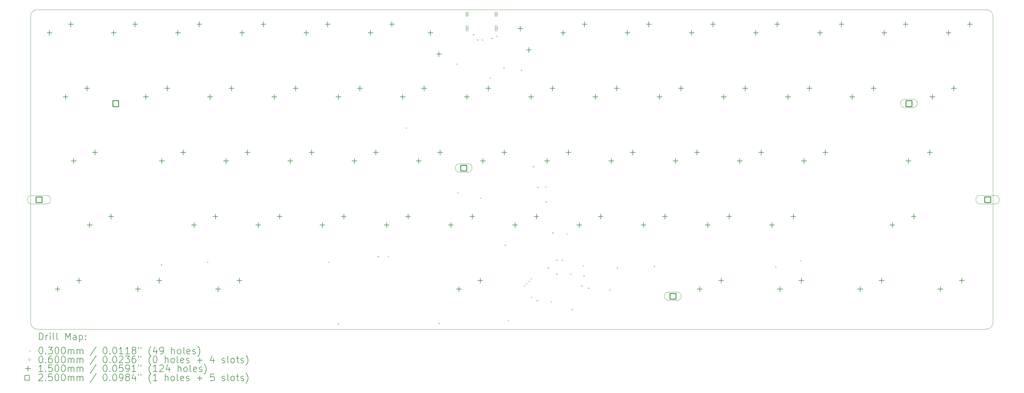
<source format=gbr>
%TF.GenerationSoftware,KiCad,Pcbnew,8.0.4*%
%TF.CreationDate,2024-08-16T15:44:48+02:00*%
%TF.ProjectId,keyboard,6b657962-6f61-4726-942e-6b696361645f,rev?*%
%TF.SameCoordinates,Original*%
%TF.FileFunction,Drillmap*%
%TF.FilePolarity,Positive*%
%FSLAX45Y45*%
G04 Gerber Fmt 4.5, Leading zero omitted, Abs format (unit mm)*
G04 Created by KiCad (PCBNEW 8.0.4) date 2024-08-16 15:44:48*
%MOMM*%
%LPD*%
G01*
G04 APERTURE LIST*
%ADD10C,0.100000*%
%ADD11C,0.200000*%
%ADD12C,0.150000*%
%ADD13C,0.250000*%
G04 APERTURE END LIST*
D10*
X200000Y-9500000D02*
G75*
G02*
X0Y-9300000I0J200000D01*
G01*
X28350000Y0D02*
G75*
G02*
X28550000Y-200000I0J-200000D01*
G01*
X0Y-200000D02*
X0Y-9300000D01*
X28350000Y-9500000D02*
X200000Y-9500000D01*
X28550000Y-200000D02*
X28550000Y-9300000D01*
X28550000Y-9300000D02*
G75*
G02*
X28350000Y-9500000I-200000J0D01*
G01*
X0Y-200000D02*
G75*
G02*
X200000Y0I200000J0D01*
G01*
X200000Y0D02*
X28350000Y0D01*
D11*
D10*
X3865000Y-7575000D02*
X3895000Y-7605000D01*
X3895000Y-7575000D02*
X3865000Y-7605000D01*
X5235000Y-7495000D02*
X5265000Y-7525000D01*
X5265000Y-7495000D02*
X5235000Y-7525000D01*
X8825000Y-7495000D02*
X8855000Y-7525000D01*
X8855000Y-7495000D02*
X8825000Y-7525000D01*
X9115000Y-9335000D02*
X9145000Y-9365000D01*
X9145000Y-9335000D02*
X9115000Y-9365000D01*
X10295000Y-7325000D02*
X10325000Y-7355000D01*
X10325000Y-7325000D02*
X10295000Y-7355000D01*
X10595000Y-7325000D02*
X10625000Y-7355000D01*
X10625000Y-7325000D02*
X10595000Y-7355000D01*
X11125000Y-3500000D02*
X11155000Y-3530000D01*
X11155000Y-3500000D02*
X11125000Y-3530000D01*
X12105000Y-9315000D02*
X12135000Y-9345000D01*
X12135000Y-9315000D02*
X12105000Y-9345000D01*
X12625000Y-1600000D02*
X12655000Y-1630000D01*
X12655000Y-1600000D02*
X12625000Y-1630000D01*
X12665000Y-5425000D02*
X12695000Y-5455000D01*
X12695000Y-5425000D02*
X12665000Y-5455000D01*
X13120000Y-730000D02*
X13150000Y-760000D01*
X13150000Y-730000D02*
X13120000Y-760000D01*
X13245000Y-885000D02*
X13275000Y-915000D01*
X13275000Y-885000D02*
X13245000Y-915000D01*
X13335000Y-5585000D02*
X13365000Y-5615000D01*
X13365000Y-5585000D02*
X13335000Y-5615000D01*
X13385000Y-885000D02*
X13415000Y-915000D01*
X13415000Y-885000D02*
X13385000Y-915000D01*
X13625000Y-2015000D02*
X13655000Y-2045000D01*
X13655000Y-2015000D02*
X13625000Y-2045000D01*
X13665000Y-840000D02*
X13695000Y-870000D01*
X13695000Y-840000D02*
X13665000Y-870000D01*
X13815000Y-775000D02*
X13845000Y-805000D01*
X13845000Y-775000D02*
X13815000Y-805000D01*
X14025000Y-1715000D02*
X14055000Y-1745000D01*
X14055000Y-1715000D02*
X14025000Y-1745000D01*
X14060000Y-6985000D02*
X14090000Y-7015000D01*
X14090000Y-6985000D02*
X14060000Y-7015000D01*
X14155000Y-9225000D02*
X14185000Y-9255000D01*
X14185000Y-9225000D02*
X14155000Y-9255000D01*
X14545000Y-1785000D02*
X14575000Y-1815000D01*
X14575000Y-1785000D02*
X14545000Y-1815000D01*
X14635000Y-8195000D02*
X14665000Y-8225000D01*
X14665000Y-8195000D02*
X14635000Y-8225000D01*
X14702175Y-8127825D02*
X14732175Y-8157825D01*
X14732175Y-8127825D02*
X14702175Y-8157825D01*
X14769351Y-8060649D02*
X14799351Y-8090649D01*
X14799351Y-8060649D02*
X14769351Y-8090649D01*
X14835000Y-7985000D02*
X14865000Y-8015000D01*
X14865000Y-7985000D02*
X14835000Y-8015000D01*
X14845000Y-8535000D02*
X14875000Y-8565000D01*
X14875000Y-8535000D02*
X14845000Y-8565000D01*
X14895000Y-4655000D02*
X14925000Y-4685000D01*
X14925000Y-4655000D02*
X14895000Y-4685000D01*
X15010000Y-8635000D02*
X15040000Y-8665000D01*
X15040000Y-8635000D02*
X15010000Y-8665000D01*
X15025000Y-5265000D02*
X15055000Y-5295000D01*
X15055000Y-5265000D02*
X15025000Y-5295000D01*
X15265000Y-5255000D02*
X15295000Y-5285000D01*
X15295000Y-5255000D02*
X15265000Y-5285000D01*
X15275000Y-5705000D02*
X15305000Y-5735000D01*
X15305000Y-5705000D02*
X15275000Y-5735000D01*
X15335000Y-7665000D02*
X15365000Y-7695000D01*
X15365000Y-7665000D02*
X15335000Y-7695000D01*
X15426250Y-8665000D02*
X15456250Y-8695000D01*
X15456250Y-8665000D02*
X15426250Y-8695000D01*
X15475000Y-6620000D02*
X15505000Y-6650000D01*
X15505000Y-6620000D02*
X15475000Y-6650000D01*
X15590625Y-7845625D02*
X15620625Y-7875625D01*
X15620625Y-7845625D02*
X15590625Y-7875625D01*
X15595000Y-7435000D02*
X15625000Y-7465000D01*
X15625000Y-7435000D02*
X15595000Y-7465000D01*
X15755000Y-7435000D02*
X15785000Y-7465000D01*
X15785000Y-7435000D02*
X15755000Y-7465000D01*
X15895000Y-6655000D02*
X15925000Y-6685000D01*
X15925000Y-6655000D02*
X15895000Y-6685000D01*
X16010531Y-7845531D02*
X16040531Y-7875531D01*
X16040531Y-7845531D02*
X16010531Y-7875531D01*
X16050000Y-8900000D02*
X16080000Y-8930000D01*
X16080000Y-8900000D02*
X16050000Y-8930000D01*
X16330000Y-8195000D02*
X16360000Y-8225000D01*
X16360000Y-8195000D02*
X16330000Y-8225000D01*
X16380000Y-7600000D02*
X16410000Y-7630000D01*
X16410000Y-7600000D02*
X16380000Y-7630000D01*
X16400000Y-7900000D02*
X16430000Y-7930000D01*
X16430000Y-7900000D02*
X16400000Y-7930000D01*
X16535000Y-8265000D02*
X16565000Y-8295000D01*
X16565000Y-8265000D02*
X16535000Y-8295000D01*
X17165000Y-8325000D02*
X17195000Y-8355000D01*
X17195000Y-8325000D02*
X17165000Y-8355000D01*
X17385000Y-7665000D02*
X17415000Y-7695000D01*
X17415000Y-7665000D02*
X17385000Y-7695000D01*
X18485000Y-7625000D02*
X18515000Y-7655000D01*
X18515000Y-7625000D02*
X18485000Y-7655000D01*
X22088375Y-7635000D02*
X22118375Y-7665000D01*
X22118375Y-7635000D02*
X22088375Y-7665000D01*
X22825000Y-7445000D02*
X22855000Y-7475000D01*
X22855000Y-7445000D02*
X22825000Y-7475000D01*
X12973000Y-140000D02*
G75*
G02*
X12913000Y-140000I-30000J0D01*
G01*
X12913000Y-140000D02*
G75*
G02*
X12973000Y-140000I30000J0D01*
G01*
X12913000Y-100000D02*
X12913000Y-180000D01*
X12973000Y-180000D02*
G75*
G02*
X12913000Y-180000I-30000J0D01*
G01*
X12973000Y-180000D02*
X12973000Y-100000D01*
X12973000Y-100000D02*
G75*
G03*
X12913000Y-100000I-30000J0D01*
G01*
X12973000Y-560000D02*
G75*
G02*
X12913000Y-560000I-30000J0D01*
G01*
X12913000Y-560000D02*
G75*
G02*
X12973000Y-560000I30000J0D01*
G01*
X12913000Y-505000D02*
X12913000Y-615000D01*
X12973000Y-615000D02*
G75*
G02*
X12913000Y-615000I-30000J0D01*
G01*
X12973000Y-615000D02*
X12973000Y-505000D01*
X12973000Y-505000D02*
G75*
G03*
X12913000Y-505000I-30000J0D01*
G01*
X13837000Y-140000D02*
G75*
G02*
X13777000Y-140000I-30000J0D01*
G01*
X13777000Y-140000D02*
G75*
G02*
X13837000Y-140000I30000J0D01*
G01*
X13777000Y-100000D02*
X13777000Y-180000D01*
X13837000Y-180000D02*
G75*
G02*
X13777000Y-180000I-30000J0D01*
G01*
X13837000Y-180000D02*
X13837000Y-100000D01*
X13837000Y-100000D02*
G75*
G03*
X13777000Y-100000I-30000J0D01*
G01*
X13837000Y-560000D02*
G75*
G02*
X13777000Y-560000I-30000J0D01*
G01*
X13777000Y-560000D02*
G75*
G02*
X13837000Y-560000I30000J0D01*
G01*
X13777000Y-505000D02*
X13777000Y-615000D01*
X13837000Y-615000D02*
G75*
G02*
X13777000Y-615000I-30000J0D01*
G01*
X13837000Y-615000D02*
X13837000Y-505000D01*
X13837000Y-505000D02*
G75*
G03*
X13777000Y-505000I-30000J0D01*
G01*
D12*
X559000Y-611000D02*
X559000Y-761000D01*
X484000Y-686000D02*
X634000Y-686000D01*
X797125Y-8231000D02*
X797125Y-8381000D01*
X722125Y-8306000D02*
X872125Y-8306000D01*
X1035250Y-2516000D02*
X1035250Y-2666000D01*
X960250Y-2591000D02*
X1110250Y-2591000D01*
X1194000Y-357000D02*
X1194000Y-507000D01*
X1119000Y-432000D02*
X1269000Y-432000D01*
X1273375Y-4421000D02*
X1273375Y-4571000D01*
X1198375Y-4496000D02*
X1348375Y-4496000D01*
X1432125Y-7977000D02*
X1432125Y-8127000D01*
X1357125Y-8052000D02*
X1507125Y-8052000D01*
X1670250Y-2262000D02*
X1670250Y-2412000D01*
X1595250Y-2337000D02*
X1745250Y-2337000D01*
X1749625Y-6326000D02*
X1749625Y-6476000D01*
X1674625Y-6401000D02*
X1824625Y-6401000D01*
X1908375Y-4167000D02*
X1908375Y-4317000D01*
X1833375Y-4242000D02*
X1983375Y-4242000D01*
X2384625Y-6072000D02*
X2384625Y-6222000D01*
X2309625Y-6147000D02*
X2459625Y-6147000D01*
X2464000Y-611000D02*
X2464000Y-761000D01*
X2389000Y-686000D02*
X2539000Y-686000D01*
X3099000Y-357000D02*
X3099000Y-507000D01*
X3024000Y-432000D02*
X3174000Y-432000D01*
X3178375Y-8231000D02*
X3178375Y-8381000D01*
X3103375Y-8306000D02*
X3253375Y-8306000D01*
X3416500Y-2516000D02*
X3416500Y-2666000D01*
X3341500Y-2591000D02*
X3491500Y-2591000D01*
X3813375Y-7977000D02*
X3813375Y-8127000D01*
X3738375Y-8052000D02*
X3888375Y-8052000D01*
X3892750Y-4421000D02*
X3892750Y-4571000D01*
X3817750Y-4496000D02*
X3967750Y-4496000D01*
X4051500Y-2262000D02*
X4051500Y-2412000D01*
X3976500Y-2337000D02*
X4126500Y-2337000D01*
X4369000Y-611000D02*
X4369000Y-761000D01*
X4294000Y-686000D02*
X4444000Y-686000D01*
X4527750Y-4167000D02*
X4527750Y-4317000D01*
X4452750Y-4242000D02*
X4602750Y-4242000D01*
X4845250Y-6326000D02*
X4845250Y-6476000D01*
X4770250Y-6401000D02*
X4920250Y-6401000D01*
X5004000Y-357000D02*
X5004000Y-507000D01*
X4929000Y-432000D02*
X5079000Y-432000D01*
X5321500Y-2516000D02*
X5321500Y-2666000D01*
X5246500Y-2591000D02*
X5396500Y-2591000D01*
X5480250Y-6072000D02*
X5480250Y-6222000D01*
X5405250Y-6147000D02*
X5555250Y-6147000D01*
X5559625Y-8231000D02*
X5559625Y-8381000D01*
X5484625Y-8306000D02*
X5634625Y-8306000D01*
X5797750Y-4421000D02*
X5797750Y-4571000D01*
X5722750Y-4496000D02*
X5872750Y-4496000D01*
X5956500Y-2262000D02*
X5956500Y-2412000D01*
X5881500Y-2337000D02*
X6031500Y-2337000D01*
X6194625Y-7977000D02*
X6194625Y-8127000D01*
X6119625Y-8052000D02*
X6269625Y-8052000D01*
X6274000Y-611000D02*
X6274000Y-761000D01*
X6199000Y-686000D02*
X6349000Y-686000D01*
X6432750Y-4167000D02*
X6432750Y-4317000D01*
X6357750Y-4242000D02*
X6507750Y-4242000D01*
X6750250Y-6326000D02*
X6750250Y-6476000D01*
X6675250Y-6401000D02*
X6825250Y-6401000D01*
X6909000Y-357000D02*
X6909000Y-507000D01*
X6834000Y-432000D02*
X6984000Y-432000D01*
X7226500Y-2516000D02*
X7226500Y-2666000D01*
X7151500Y-2591000D02*
X7301500Y-2591000D01*
X7385250Y-6072000D02*
X7385250Y-6222000D01*
X7310250Y-6147000D02*
X7460250Y-6147000D01*
X7702750Y-4421000D02*
X7702750Y-4571000D01*
X7627750Y-4496000D02*
X7777750Y-4496000D01*
X7861500Y-2262000D02*
X7861500Y-2412000D01*
X7786500Y-2337000D02*
X7936500Y-2337000D01*
X8179000Y-611000D02*
X8179000Y-761000D01*
X8104000Y-686000D02*
X8254000Y-686000D01*
X8337750Y-4167000D02*
X8337750Y-4317000D01*
X8262750Y-4242000D02*
X8412750Y-4242000D01*
X8655250Y-6326000D02*
X8655250Y-6476000D01*
X8580250Y-6401000D02*
X8730250Y-6401000D01*
X8814000Y-357000D02*
X8814000Y-507000D01*
X8739000Y-432000D02*
X8889000Y-432000D01*
X9131500Y-2516000D02*
X9131500Y-2666000D01*
X9056500Y-2591000D02*
X9206500Y-2591000D01*
X9290250Y-6072000D02*
X9290250Y-6222000D01*
X9215250Y-6147000D02*
X9365250Y-6147000D01*
X9607750Y-4421000D02*
X9607750Y-4571000D01*
X9532750Y-4496000D02*
X9682750Y-4496000D01*
X9766500Y-2262000D02*
X9766500Y-2412000D01*
X9691500Y-2337000D02*
X9841500Y-2337000D01*
X10084000Y-611000D02*
X10084000Y-761000D01*
X10009000Y-686000D02*
X10159000Y-686000D01*
X10242750Y-4167000D02*
X10242750Y-4317000D01*
X10167750Y-4242000D02*
X10317750Y-4242000D01*
X10560250Y-6326000D02*
X10560250Y-6476000D01*
X10485250Y-6401000D02*
X10635250Y-6401000D01*
X10719000Y-357000D02*
X10719000Y-507000D01*
X10644000Y-432000D02*
X10794000Y-432000D01*
X11036500Y-2516000D02*
X11036500Y-2666000D01*
X10961500Y-2591000D02*
X11111500Y-2591000D01*
X11195250Y-6072000D02*
X11195250Y-6222000D01*
X11120250Y-6147000D02*
X11270250Y-6147000D01*
X11512750Y-4421000D02*
X11512750Y-4571000D01*
X11437750Y-4496000D02*
X11587750Y-4496000D01*
X11671500Y-2262000D02*
X11671500Y-2412000D01*
X11596500Y-2337000D02*
X11746500Y-2337000D01*
X11862000Y-611000D02*
X11862000Y-761000D01*
X11787000Y-686000D02*
X11937000Y-686000D01*
X12116000Y-1246000D02*
X12116000Y-1396000D01*
X12041000Y-1321000D02*
X12191000Y-1321000D01*
X12147750Y-4167000D02*
X12147750Y-4317000D01*
X12072750Y-4242000D02*
X12222750Y-4242000D01*
X12465250Y-6326000D02*
X12465250Y-6476000D01*
X12390250Y-6401000D02*
X12540250Y-6401000D01*
X12703375Y-8231000D02*
X12703375Y-8381000D01*
X12628375Y-8306000D02*
X12778375Y-8306000D01*
X12941500Y-2516000D02*
X12941500Y-2666000D01*
X12866500Y-2591000D02*
X13016500Y-2591000D01*
X13100250Y-6072000D02*
X13100250Y-6222000D01*
X13025250Y-6147000D02*
X13175250Y-6147000D01*
X13338375Y-7977000D02*
X13338375Y-8127000D01*
X13263375Y-8052000D02*
X13413375Y-8052000D01*
X13417750Y-4421000D02*
X13417750Y-4571000D01*
X13342750Y-4496000D02*
X13492750Y-4496000D01*
X13576500Y-2262000D02*
X13576500Y-2412000D01*
X13501500Y-2337000D02*
X13651500Y-2337000D01*
X14052750Y-4167000D02*
X14052750Y-4317000D01*
X13977750Y-4242000D02*
X14127750Y-4242000D01*
X14370250Y-6326000D02*
X14370250Y-6476000D01*
X14295250Y-6401000D02*
X14445250Y-6401000D01*
X14529000Y-484000D02*
X14529000Y-634000D01*
X14454000Y-559000D02*
X14604000Y-559000D01*
X14783000Y-1119000D02*
X14783000Y-1269000D01*
X14708000Y-1194000D02*
X14858000Y-1194000D01*
X14846500Y-2516000D02*
X14846500Y-2666000D01*
X14771500Y-2591000D02*
X14921500Y-2591000D01*
X15005250Y-6072000D02*
X15005250Y-6222000D01*
X14930250Y-6147000D02*
X15080250Y-6147000D01*
X15322750Y-4421000D02*
X15322750Y-4571000D01*
X15247750Y-4496000D02*
X15397750Y-4496000D01*
X15481500Y-2262000D02*
X15481500Y-2412000D01*
X15406500Y-2337000D02*
X15556500Y-2337000D01*
X15799000Y-611000D02*
X15799000Y-761000D01*
X15724000Y-686000D02*
X15874000Y-686000D01*
X15957750Y-4167000D02*
X15957750Y-4317000D01*
X15882750Y-4242000D02*
X16032750Y-4242000D01*
X16275250Y-6326000D02*
X16275250Y-6476000D01*
X16200250Y-6401000D02*
X16350250Y-6401000D01*
X16434000Y-357000D02*
X16434000Y-507000D01*
X16359000Y-432000D02*
X16509000Y-432000D01*
X16751500Y-2516000D02*
X16751500Y-2666000D01*
X16676500Y-2591000D02*
X16826500Y-2591000D01*
X16910250Y-6072000D02*
X16910250Y-6222000D01*
X16835250Y-6147000D02*
X16985250Y-6147000D01*
X17227750Y-4421000D02*
X17227750Y-4571000D01*
X17152750Y-4496000D02*
X17302750Y-4496000D01*
X17386500Y-2262000D02*
X17386500Y-2412000D01*
X17311500Y-2337000D02*
X17461500Y-2337000D01*
X17704000Y-611000D02*
X17704000Y-761000D01*
X17629000Y-686000D02*
X17779000Y-686000D01*
X17862750Y-4167000D02*
X17862750Y-4317000D01*
X17787750Y-4242000D02*
X17937750Y-4242000D01*
X18180250Y-6326000D02*
X18180250Y-6476000D01*
X18105250Y-6401000D02*
X18255250Y-6401000D01*
X18339000Y-357000D02*
X18339000Y-507000D01*
X18264000Y-432000D02*
X18414000Y-432000D01*
X18656500Y-2516000D02*
X18656500Y-2666000D01*
X18581500Y-2591000D02*
X18731500Y-2591000D01*
X18815250Y-6072000D02*
X18815250Y-6222000D01*
X18740250Y-6147000D02*
X18890250Y-6147000D01*
X19132750Y-4421000D02*
X19132750Y-4571000D01*
X19057750Y-4496000D02*
X19207750Y-4496000D01*
X19291500Y-2262000D02*
X19291500Y-2412000D01*
X19216500Y-2337000D02*
X19366500Y-2337000D01*
X19609000Y-611000D02*
X19609000Y-761000D01*
X19534000Y-686000D02*
X19684000Y-686000D01*
X19767750Y-4167000D02*
X19767750Y-4317000D01*
X19692750Y-4242000D02*
X19842750Y-4242000D01*
X19847125Y-8231000D02*
X19847125Y-8381000D01*
X19772125Y-8306000D02*
X19922125Y-8306000D01*
X20085250Y-6326000D02*
X20085250Y-6476000D01*
X20010250Y-6401000D02*
X20160250Y-6401000D01*
X20244000Y-357000D02*
X20244000Y-507000D01*
X20169000Y-432000D02*
X20319000Y-432000D01*
X20482125Y-7977000D02*
X20482125Y-8127000D01*
X20407125Y-8052000D02*
X20557125Y-8052000D01*
X20561500Y-2516000D02*
X20561500Y-2666000D01*
X20486500Y-2591000D02*
X20636500Y-2591000D01*
X20720250Y-6072000D02*
X20720250Y-6222000D01*
X20645250Y-6147000D02*
X20795250Y-6147000D01*
X21037750Y-4421000D02*
X21037750Y-4571000D01*
X20962750Y-4496000D02*
X21112750Y-4496000D01*
X21196500Y-2262000D02*
X21196500Y-2412000D01*
X21121500Y-2337000D02*
X21271500Y-2337000D01*
X21514000Y-611000D02*
X21514000Y-761000D01*
X21439000Y-686000D02*
X21589000Y-686000D01*
X21672750Y-4167000D02*
X21672750Y-4317000D01*
X21597750Y-4242000D02*
X21747750Y-4242000D01*
X21990250Y-6326000D02*
X21990250Y-6476000D01*
X21915250Y-6401000D02*
X22065250Y-6401000D01*
X22149000Y-357000D02*
X22149000Y-507000D01*
X22074000Y-432000D02*
X22224000Y-432000D01*
X22228375Y-8231000D02*
X22228375Y-8381000D01*
X22153375Y-8306000D02*
X22303375Y-8306000D01*
X22466500Y-2516000D02*
X22466500Y-2666000D01*
X22391500Y-2591000D02*
X22541500Y-2591000D01*
X22625250Y-6072000D02*
X22625250Y-6222000D01*
X22550250Y-6147000D02*
X22700250Y-6147000D01*
X22863375Y-7977000D02*
X22863375Y-8127000D01*
X22788375Y-8052000D02*
X22938375Y-8052000D01*
X22942750Y-4421000D02*
X22942750Y-4571000D01*
X22867750Y-4496000D02*
X23017750Y-4496000D01*
X23101500Y-2262000D02*
X23101500Y-2412000D01*
X23026500Y-2337000D02*
X23176500Y-2337000D01*
X23419000Y-611000D02*
X23419000Y-761000D01*
X23344000Y-686000D02*
X23494000Y-686000D01*
X23577750Y-4167000D02*
X23577750Y-4317000D01*
X23502750Y-4242000D02*
X23652750Y-4242000D01*
X24054000Y-357000D02*
X24054000Y-507000D01*
X23979000Y-432000D02*
X24129000Y-432000D01*
X24371500Y-2516000D02*
X24371500Y-2666000D01*
X24296500Y-2591000D02*
X24446500Y-2591000D01*
X24609625Y-8231000D02*
X24609625Y-8381000D01*
X24534625Y-8306000D02*
X24684625Y-8306000D01*
X25006500Y-2262000D02*
X25006500Y-2412000D01*
X24931500Y-2337000D02*
X25081500Y-2337000D01*
X25244625Y-7977000D02*
X25244625Y-8127000D01*
X25169625Y-8052000D02*
X25319625Y-8052000D01*
X25324000Y-611000D02*
X25324000Y-761000D01*
X25249000Y-686000D02*
X25399000Y-686000D01*
X25562125Y-6326000D02*
X25562125Y-6476000D01*
X25487125Y-6401000D02*
X25637125Y-6401000D01*
X25959000Y-357000D02*
X25959000Y-507000D01*
X25884000Y-432000D02*
X26034000Y-432000D01*
X26038375Y-4421000D02*
X26038375Y-4571000D01*
X25963375Y-4496000D02*
X26113375Y-4496000D01*
X26197125Y-6072000D02*
X26197125Y-6222000D01*
X26122125Y-6147000D02*
X26272125Y-6147000D01*
X26673375Y-4167000D02*
X26673375Y-4317000D01*
X26598375Y-4242000D02*
X26748375Y-4242000D01*
X26752750Y-2516000D02*
X26752750Y-2666000D01*
X26677750Y-2591000D02*
X26827750Y-2591000D01*
X26990875Y-8231000D02*
X26990875Y-8381000D01*
X26915875Y-8306000D02*
X27065875Y-8306000D01*
X27229000Y-611000D02*
X27229000Y-761000D01*
X27154000Y-686000D02*
X27304000Y-686000D01*
X27387750Y-2262000D02*
X27387750Y-2412000D01*
X27312750Y-2337000D02*
X27462750Y-2337000D01*
X27625875Y-7977000D02*
X27625875Y-8127000D01*
X27550875Y-8052000D02*
X27700875Y-8052000D01*
X27864000Y-357000D02*
X27864000Y-507000D01*
X27789000Y-432000D02*
X27939000Y-432000D01*
D13*
X338389Y-5738389D02*
X338389Y-5561611D01*
X161611Y-5561611D01*
X161611Y-5738389D01*
X338389Y-5738389D01*
D10*
X25000Y-5775000D02*
X475000Y-5775000D01*
X475000Y-5525000D02*
G75*
G02*
X475000Y-5775000I0J-125000D01*
G01*
X475000Y-5525000D02*
X25000Y-5525000D01*
X25000Y-5525000D02*
G75*
G03*
X25000Y-5775000I0J-125000D01*
G01*
D13*
X2608389Y-2878389D02*
X2608389Y-2701611D01*
X2431611Y-2701611D01*
X2431611Y-2878389D01*
X2608389Y-2878389D01*
X12933389Y-4798389D02*
X12933389Y-4621611D01*
X12756611Y-4621611D01*
X12756611Y-4798389D01*
X12933389Y-4798389D01*
D10*
X12720000Y-4835000D02*
X12970000Y-4835000D01*
X12970000Y-4585000D02*
G75*
G02*
X12970000Y-4835000I0J-125000D01*
G01*
X12970000Y-4585000D02*
X12720000Y-4585000D01*
X12720000Y-4585000D02*
G75*
G03*
X12720000Y-4835000I0J-125000D01*
G01*
D13*
X19138389Y-8608389D02*
X19138389Y-8431611D01*
X18961611Y-8431611D01*
X18961611Y-8608389D01*
X19138389Y-8608389D01*
D10*
X18925000Y-8645000D02*
X19175000Y-8645000D01*
X19175000Y-8395000D02*
G75*
G02*
X19175000Y-8645000I0J-125000D01*
G01*
X19175000Y-8395000D02*
X18925000Y-8395000D01*
X18925000Y-8395000D02*
G75*
G03*
X18925000Y-8645000I0J-125000D01*
G01*
D13*
X26143389Y-2878389D02*
X26143389Y-2701611D01*
X25966611Y-2701611D01*
X25966611Y-2878389D01*
X26143389Y-2878389D01*
D10*
X25930000Y-2915000D02*
X26180000Y-2915000D01*
X26180000Y-2665000D02*
G75*
G02*
X26180000Y-2915000I0J-125000D01*
G01*
X26180000Y-2665000D02*
X25930000Y-2665000D01*
X25930000Y-2665000D02*
G75*
G03*
X25930000Y-2915000I0J-125000D01*
G01*
D13*
X28478389Y-5738389D02*
X28478389Y-5561611D01*
X28301611Y-5561611D01*
X28301611Y-5738389D01*
X28478389Y-5738389D01*
D10*
X28165000Y-5775000D02*
X28615000Y-5775000D01*
X28615000Y-5525000D02*
G75*
G02*
X28615000Y-5775000I0J-125000D01*
G01*
X28615000Y-5525000D02*
X28165000Y-5525000D01*
X28165000Y-5525000D02*
G75*
G03*
X28165000Y-5775000I0J-125000D01*
G01*
D11*
X255777Y-9816484D02*
X255777Y-9616484D01*
X255777Y-9616484D02*
X303396Y-9616484D01*
X303396Y-9616484D02*
X331967Y-9626008D01*
X331967Y-9626008D02*
X351015Y-9645055D01*
X351015Y-9645055D02*
X360539Y-9664103D01*
X360539Y-9664103D02*
X370062Y-9702198D01*
X370062Y-9702198D02*
X370062Y-9730769D01*
X370062Y-9730769D02*
X360539Y-9768865D01*
X360539Y-9768865D02*
X351015Y-9787912D01*
X351015Y-9787912D02*
X331967Y-9806960D01*
X331967Y-9806960D02*
X303396Y-9816484D01*
X303396Y-9816484D02*
X255777Y-9816484D01*
X455777Y-9816484D02*
X455777Y-9683150D01*
X455777Y-9721246D02*
X465301Y-9702198D01*
X465301Y-9702198D02*
X474824Y-9692674D01*
X474824Y-9692674D02*
X493872Y-9683150D01*
X493872Y-9683150D02*
X512920Y-9683150D01*
X579586Y-9816484D02*
X579586Y-9683150D01*
X579586Y-9616484D02*
X570063Y-9626008D01*
X570063Y-9626008D02*
X579586Y-9635531D01*
X579586Y-9635531D02*
X589110Y-9626008D01*
X589110Y-9626008D02*
X579586Y-9616484D01*
X579586Y-9616484D02*
X579586Y-9635531D01*
X703396Y-9816484D02*
X684348Y-9806960D01*
X684348Y-9806960D02*
X674824Y-9787912D01*
X674824Y-9787912D02*
X674824Y-9616484D01*
X808158Y-9816484D02*
X789110Y-9806960D01*
X789110Y-9806960D02*
X779586Y-9787912D01*
X779586Y-9787912D02*
X779586Y-9616484D01*
X1036729Y-9816484D02*
X1036729Y-9616484D01*
X1036729Y-9616484D02*
X1103396Y-9759341D01*
X1103396Y-9759341D02*
X1170063Y-9616484D01*
X1170063Y-9616484D02*
X1170063Y-9816484D01*
X1351015Y-9816484D02*
X1351015Y-9711722D01*
X1351015Y-9711722D02*
X1341491Y-9692674D01*
X1341491Y-9692674D02*
X1322444Y-9683150D01*
X1322444Y-9683150D02*
X1284348Y-9683150D01*
X1284348Y-9683150D02*
X1265301Y-9692674D01*
X1351015Y-9806960D02*
X1331967Y-9816484D01*
X1331967Y-9816484D02*
X1284348Y-9816484D01*
X1284348Y-9816484D02*
X1265301Y-9806960D01*
X1265301Y-9806960D02*
X1255777Y-9787912D01*
X1255777Y-9787912D02*
X1255777Y-9768865D01*
X1255777Y-9768865D02*
X1265301Y-9749817D01*
X1265301Y-9749817D02*
X1284348Y-9740293D01*
X1284348Y-9740293D02*
X1331967Y-9740293D01*
X1331967Y-9740293D02*
X1351015Y-9730769D01*
X1446253Y-9683150D02*
X1446253Y-9883150D01*
X1446253Y-9692674D02*
X1465301Y-9683150D01*
X1465301Y-9683150D02*
X1503396Y-9683150D01*
X1503396Y-9683150D02*
X1522443Y-9692674D01*
X1522443Y-9692674D02*
X1531967Y-9702198D01*
X1531967Y-9702198D02*
X1541491Y-9721246D01*
X1541491Y-9721246D02*
X1541491Y-9778388D01*
X1541491Y-9778388D02*
X1531967Y-9797436D01*
X1531967Y-9797436D02*
X1522443Y-9806960D01*
X1522443Y-9806960D02*
X1503396Y-9816484D01*
X1503396Y-9816484D02*
X1465301Y-9816484D01*
X1465301Y-9816484D02*
X1446253Y-9806960D01*
X1627205Y-9797436D02*
X1636729Y-9806960D01*
X1636729Y-9806960D02*
X1627205Y-9816484D01*
X1627205Y-9816484D02*
X1617682Y-9806960D01*
X1617682Y-9806960D02*
X1627205Y-9797436D01*
X1627205Y-9797436D02*
X1627205Y-9816484D01*
X1627205Y-9692674D02*
X1636729Y-9702198D01*
X1636729Y-9702198D02*
X1627205Y-9711722D01*
X1627205Y-9711722D02*
X1617682Y-9702198D01*
X1617682Y-9702198D02*
X1627205Y-9692674D01*
X1627205Y-9692674D02*
X1627205Y-9711722D01*
D10*
X-35000Y-10130000D02*
X-5000Y-10160000D01*
X-5000Y-10130000D02*
X-35000Y-10160000D01*
D11*
X293872Y-10036484D02*
X312920Y-10036484D01*
X312920Y-10036484D02*
X331967Y-10046008D01*
X331967Y-10046008D02*
X341491Y-10055531D01*
X341491Y-10055531D02*
X351015Y-10074579D01*
X351015Y-10074579D02*
X360539Y-10112674D01*
X360539Y-10112674D02*
X360539Y-10160293D01*
X360539Y-10160293D02*
X351015Y-10198388D01*
X351015Y-10198388D02*
X341491Y-10217436D01*
X341491Y-10217436D02*
X331967Y-10226960D01*
X331967Y-10226960D02*
X312920Y-10236484D01*
X312920Y-10236484D02*
X293872Y-10236484D01*
X293872Y-10236484D02*
X274824Y-10226960D01*
X274824Y-10226960D02*
X265301Y-10217436D01*
X265301Y-10217436D02*
X255777Y-10198388D01*
X255777Y-10198388D02*
X246253Y-10160293D01*
X246253Y-10160293D02*
X246253Y-10112674D01*
X246253Y-10112674D02*
X255777Y-10074579D01*
X255777Y-10074579D02*
X265301Y-10055531D01*
X265301Y-10055531D02*
X274824Y-10046008D01*
X274824Y-10046008D02*
X293872Y-10036484D01*
X446253Y-10217436D02*
X455777Y-10226960D01*
X455777Y-10226960D02*
X446253Y-10236484D01*
X446253Y-10236484D02*
X436729Y-10226960D01*
X436729Y-10226960D02*
X446253Y-10217436D01*
X446253Y-10217436D02*
X446253Y-10236484D01*
X522443Y-10036484D02*
X646253Y-10036484D01*
X646253Y-10036484D02*
X579586Y-10112674D01*
X579586Y-10112674D02*
X608158Y-10112674D01*
X608158Y-10112674D02*
X627205Y-10122198D01*
X627205Y-10122198D02*
X636729Y-10131722D01*
X636729Y-10131722D02*
X646253Y-10150769D01*
X646253Y-10150769D02*
X646253Y-10198388D01*
X646253Y-10198388D02*
X636729Y-10217436D01*
X636729Y-10217436D02*
X627205Y-10226960D01*
X627205Y-10226960D02*
X608158Y-10236484D01*
X608158Y-10236484D02*
X551015Y-10236484D01*
X551015Y-10236484D02*
X531967Y-10226960D01*
X531967Y-10226960D02*
X522443Y-10217436D01*
X770062Y-10036484D02*
X789110Y-10036484D01*
X789110Y-10036484D02*
X808158Y-10046008D01*
X808158Y-10046008D02*
X817682Y-10055531D01*
X817682Y-10055531D02*
X827205Y-10074579D01*
X827205Y-10074579D02*
X836729Y-10112674D01*
X836729Y-10112674D02*
X836729Y-10160293D01*
X836729Y-10160293D02*
X827205Y-10198388D01*
X827205Y-10198388D02*
X817682Y-10217436D01*
X817682Y-10217436D02*
X808158Y-10226960D01*
X808158Y-10226960D02*
X789110Y-10236484D01*
X789110Y-10236484D02*
X770062Y-10236484D01*
X770062Y-10236484D02*
X751015Y-10226960D01*
X751015Y-10226960D02*
X741491Y-10217436D01*
X741491Y-10217436D02*
X731967Y-10198388D01*
X731967Y-10198388D02*
X722443Y-10160293D01*
X722443Y-10160293D02*
X722443Y-10112674D01*
X722443Y-10112674D02*
X731967Y-10074579D01*
X731967Y-10074579D02*
X741491Y-10055531D01*
X741491Y-10055531D02*
X751015Y-10046008D01*
X751015Y-10046008D02*
X770062Y-10036484D01*
X960539Y-10036484D02*
X979586Y-10036484D01*
X979586Y-10036484D02*
X998634Y-10046008D01*
X998634Y-10046008D02*
X1008158Y-10055531D01*
X1008158Y-10055531D02*
X1017682Y-10074579D01*
X1017682Y-10074579D02*
X1027205Y-10112674D01*
X1027205Y-10112674D02*
X1027205Y-10160293D01*
X1027205Y-10160293D02*
X1017682Y-10198388D01*
X1017682Y-10198388D02*
X1008158Y-10217436D01*
X1008158Y-10217436D02*
X998634Y-10226960D01*
X998634Y-10226960D02*
X979586Y-10236484D01*
X979586Y-10236484D02*
X960539Y-10236484D01*
X960539Y-10236484D02*
X941491Y-10226960D01*
X941491Y-10226960D02*
X931967Y-10217436D01*
X931967Y-10217436D02*
X922443Y-10198388D01*
X922443Y-10198388D02*
X912920Y-10160293D01*
X912920Y-10160293D02*
X912920Y-10112674D01*
X912920Y-10112674D02*
X922443Y-10074579D01*
X922443Y-10074579D02*
X931967Y-10055531D01*
X931967Y-10055531D02*
X941491Y-10046008D01*
X941491Y-10046008D02*
X960539Y-10036484D01*
X1112920Y-10236484D02*
X1112920Y-10103150D01*
X1112920Y-10122198D02*
X1122444Y-10112674D01*
X1122444Y-10112674D02*
X1141491Y-10103150D01*
X1141491Y-10103150D02*
X1170063Y-10103150D01*
X1170063Y-10103150D02*
X1189110Y-10112674D01*
X1189110Y-10112674D02*
X1198634Y-10131722D01*
X1198634Y-10131722D02*
X1198634Y-10236484D01*
X1198634Y-10131722D02*
X1208158Y-10112674D01*
X1208158Y-10112674D02*
X1227205Y-10103150D01*
X1227205Y-10103150D02*
X1255777Y-10103150D01*
X1255777Y-10103150D02*
X1274825Y-10112674D01*
X1274825Y-10112674D02*
X1284348Y-10131722D01*
X1284348Y-10131722D02*
X1284348Y-10236484D01*
X1379586Y-10236484D02*
X1379586Y-10103150D01*
X1379586Y-10122198D02*
X1389110Y-10112674D01*
X1389110Y-10112674D02*
X1408158Y-10103150D01*
X1408158Y-10103150D02*
X1436729Y-10103150D01*
X1436729Y-10103150D02*
X1455777Y-10112674D01*
X1455777Y-10112674D02*
X1465301Y-10131722D01*
X1465301Y-10131722D02*
X1465301Y-10236484D01*
X1465301Y-10131722D02*
X1474824Y-10112674D01*
X1474824Y-10112674D02*
X1493872Y-10103150D01*
X1493872Y-10103150D02*
X1522443Y-10103150D01*
X1522443Y-10103150D02*
X1541491Y-10112674D01*
X1541491Y-10112674D02*
X1551015Y-10131722D01*
X1551015Y-10131722D02*
X1551015Y-10236484D01*
X1941491Y-10026960D02*
X1770063Y-10284103D01*
X2198634Y-10036484D02*
X2217682Y-10036484D01*
X2217682Y-10036484D02*
X2236729Y-10046008D01*
X2236729Y-10046008D02*
X2246253Y-10055531D01*
X2246253Y-10055531D02*
X2255777Y-10074579D01*
X2255777Y-10074579D02*
X2265301Y-10112674D01*
X2265301Y-10112674D02*
X2265301Y-10160293D01*
X2265301Y-10160293D02*
X2255777Y-10198388D01*
X2255777Y-10198388D02*
X2246253Y-10217436D01*
X2246253Y-10217436D02*
X2236729Y-10226960D01*
X2236729Y-10226960D02*
X2217682Y-10236484D01*
X2217682Y-10236484D02*
X2198634Y-10236484D01*
X2198634Y-10236484D02*
X2179587Y-10226960D01*
X2179587Y-10226960D02*
X2170063Y-10217436D01*
X2170063Y-10217436D02*
X2160539Y-10198388D01*
X2160539Y-10198388D02*
X2151015Y-10160293D01*
X2151015Y-10160293D02*
X2151015Y-10112674D01*
X2151015Y-10112674D02*
X2160539Y-10074579D01*
X2160539Y-10074579D02*
X2170063Y-10055531D01*
X2170063Y-10055531D02*
X2179587Y-10046008D01*
X2179587Y-10046008D02*
X2198634Y-10036484D01*
X2351015Y-10217436D02*
X2360539Y-10226960D01*
X2360539Y-10226960D02*
X2351015Y-10236484D01*
X2351015Y-10236484D02*
X2341491Y-10226960D01*
X2341491Y-10226960D02*
X2351015Y-10217436D01*
X2351015Y-10217436D02*
X2351015Y-10236484D01*
X2484348Y-10036484D02*
X2503396Y-10036484D01*
X2503396Y-10036484D02*
X2522444Y-10046008D01*
X2522444Y-10046008D02*
X2531968Y-10055531D01*
X2531968Y-10055531D02*
X2541491Y-10074579D01*
X2541491Y-10074579D02*
X2551015Y-10112674D01*
X2551015Y-10112674D02*
X2551015Y-10160293D01*
X2551015Y-10160293D02*
X2541491Y-10198388D01*
X2541491Y-10198388D02*
X2531968Y-10217436D01*
X2531968Y-10217436D02*
X2522444Y-10226960D01*
X2522444Y-10226960D02*
X2503396Y-10236484D01*
X2503396Y-10236484D02*
X2484348Y-10236484D01*
X2484348Y-10236484D02*
X2465301Y-10226960D01*
X2465301Y-10226960D02*
X2455777Y-10217436D01*
X2455777Y-10217436D02*
X2446253Y-10198388D01*
X2446253Y-10198388D02*
X2436729Y-10160293D01*
X2436729Y-10160293D02*
X2436729Y-10112674D01*
X2436729Y-10112674D02*
X2446253Y-10074579D01*
X2446253Y-10074579D02*
X2455777Y-10055531D01*
X2455777Y-10055531D02*
X2465301Y-10046008D01*
X2465301Y-10046008D02*
X2484348Y-10036484D01*
X2741491Y-10236484D02*
X2627206Y-10236484D01*
X2684348Y-10236484D02*
X2684348Y-10036484D01*
X2684348Y-10036484D02*
X2665301Y-10065055D01*
X2665301Y-10065055D02*
X2646253Y-10084103D01*
X2646253Y-10084103D02*
X2627206Y-10093627D01*
X2931967Y-10236484D02*
X2817682Y-10236484D01*
X2874825Y-10236484D02*
X2874825Y-10036484D01*
X2874825Y-10036484D02*
X2855777Y-10065055D01*
X2855777Y-10065055D02*
X2836729Y-10084103D01*
X2836729Y-10084103D02*
X2817682Y-10093627D01*
X3046253Y-10122198D02*
X3027206Y-10112674D01*
X3027206Y-10112674D02*
X3017682Y-10103150D01*
X3017682Y-10103150D02*
X3008158Y-10084103D01*
X3008158Y-10084103D02*
X3008158Y-10074579D01*
X3008158Y-10074579D02*
X3017682Y-10055531D01*
X3017682Y-10055531D02*
X3027206Y-10046008D01*
X3027206Y-10046008D02*
X3046253Y-10036484D01*
X3046253Y-10036484D02*
X3084348Y-10036484D01*
X3084348Y-10036484D02*
X3103396Y-10046008D01*
X3103396Y-10046008D02*
X3112920Y-10055531D01*
X3112920Y-10055531D02*
X3122444Y-10074579D01*
X3122444Y-10074579D02*
X3122444Y-10084103D01*
X3122444Y-10084103D02*
X3112920Y-10103150D01*
X3112920Y-10103150D02*
X3103396Y-10112674D01*
X3103396Y-10112674D02*
X3084348Y-10122198D01*
X3084348Y-10122198D02*
X3046253Y-10122198D01*
X3046253Y-10122198D02*
X3027206Y-10131722D01*
X3027206Y-10131722D02*
X3017682Y-10141246D01*
X3017682Y-10141246D02*
X3008158Y-10160293D01*
X3008158Y-10160293D02*
X3008158Y-10198388D01*
X3008158Y-10198388D02*
X3017682Y-10217436D01*
X3017682Y-10217436D02*
X3027206Y-10226960D01*
X3027206Y-10226960D02*
X3046253Y-10236484D01*
X3046253Y-10236484D02*
X3084348Y-10236484D01*
X3084348Y-10236484D02*
X3103396Y-10226960D01*
X3103396Y-10226960D02*
X3112920Y-10217436D01*
X3112920Y-10217436D02*
X3122444Y-10198388D01*
X3122444Y-10198388D02*
X3122444Y-10160293D01*
X3122444Y-10160293D02*
X3112920Y-10141246D01*
X3112920Y-10141246D02*
X3103396Y-10131722D01*
X3103396Y-10131722D02*
X3084348Y-10122198D01*
X3198634Y-10036484D02*
X3198634Y-10074579D01*
X3274825Y-10036484D02*
X3274825Y-10074579D01*
X3570063Y-10312674D02*
X3560539Y-10303150D01*
X3560539Y-10303150D02*
X3541491Y-10274579D01*
X3541491Y-10274579D02*
X3531968Y-10255531D01*
X3531968Y-10255531D02*
X3522444Y-10226960D01*
X3522444Y-10226960D02*
X3512920Y-10179341D01*
X3512920Y-10179341D02*
X3512920Y-10141246D01*
X3512920Y-10141246D02*
X3522444Y-10093627D01*
X3522444Y-10093627D02*
X3531968Y-10065055D01*
X3531968Y-10065055D02*
X3541491Y-10046008D01*
X3541491Y-10046008D02*
X3560539Y-10017436D01*
X3560539Y-10017436D02*
X3570063Y-10007912D01*
X3731968Y-10103150D02*
X3731968Y-10236484D01*
X3684348Y-10026960D02*
X3636729Y-10169817D01*
X3636729Y-10169817D02*
X3760539Y-10169817D01*
X3846253Y-10236484D02*
X3884348Y-10236484D01*
X3884348Y-10236484D02*
X3903396Y-10226960D01*
X3903396Y-10226960D02*
X3912920Y-10217436D01*
X3912920Y-10217436D02*
X3931968Y-10188865D01*
X3931968Y-10188865D02*
X3941491Y-10150769D01*
X3941491Y-10150769D02*
X3941491Y-10074579D01*
X3941491Y-10074579D02*
X3931968Y-10055531D01*
X3931968Y-10055531D02*
X3922444Y-10046008D01*
X3922444Y-10046008D02*
X3903396Y-10036484D01*
X3903396Y-10036484D02*
X3865301Y-10036484D01*
X3865301Y-10036484D02*
X3846253Y-10046008D01*
X3846253Y-10046008D02*
X3836729Y-10055531D01*
X3836729Y-10055531D02*
X3827206Y-10074579D01*
X3827206Y-10074579D02*
X3827206Y-10122198D01*
X3827206Y-10122198D02*
X3836729Y-10141246D01*
X3836729Y-10141246D02*
X3846253Y-10150769D01*
X3846253Y-10150769D02*
X3865301Y-10160293D01*
X3865301Y-10160293D02*
X3903396Y-10160293D01*
X3903396Y-10160293D02*
X3922444Y-10150769D01*
X3922444Y-10150769D02*
X3931968Y-10141246D01*
X3931968Y-10141246D02*
X3941491Y-10122198D01*
X4179587Y-10236484D02*
X4179587Y-10036484D01*
X4265301Y-10236484D02*
X4265301Y-10131722D01*
X4265301Y-10131722D02*
X4255777Y-10112674D01*
X4255777Y-10112674D02*
X4236730Y-10103150D01*
X4236730Y-10103150D02*
X4208158Y-10103150D01*
X4208158Y-10103150D02*
X4189110Y-10112674D01*
X4189110Y-10112674D02*
X4179587Y-10122198D01*
X4389111Y-10236484D02*
X4370063Y-10226960D01*
X4370063Y-10226960D02*
X4360539Y-10217436D01*
X4360539Y-10217436D02*
X4351015Y-10198388D01*
X4351015Y-10198388D02*
X4351015Y-10141246D01*
X4351015Y-10141246D02*
X4360539Y-10122198D01*
X4360539Y-10122198D02*
X4370063Y-10112674D01*
X4370063Y-10112674D02*
X4389111Y-10103150D01*
X4389111Y-10103150D02*
X4417682Y-10103150D01*
X4417682Y-10103150D02*
X4436730Y-10112674D01*
X4436730Y-10112674D02*
X4446253Y-10122198D01*
X4446253Y-10122198D02*
X4455777Y-10141246D01*
X4455777Y-10141246D02*
X4455777Y-10198388D01*
X4455777Y-10198388D02*
X4446253Y-10217436D01*
X4446253Y-10217436D02*
X4436730Y-10226960D01*
X4436730Y-10226960D02*
X4417682Y-10236484D01*
X4417682Y-10236484D02*
X4389111Y-10236484D01*
X4570063Y-10236484D02*
X4551015Y-10226960D01*
X4551015Y-10226960D02*
X4541492Y-10207912D01*
X4541492Y-10207912D02*
X4541492Y-10036484D01*
X4722444Y-10226960D02*
X4703396Y-10236484D01*
X4703396Y-10236484D02*
X4665301Y-10236484D01*
X4665301Y-10236484D02*
X4646253Y-10226960D01*
X4646253Y-10226960D02*
X4636730Y-10207912D01*
X4636730Y-10207912D02*
X4636730Y-10131722D01*
X4636730Y-10131722D02*
X4646253Y-10112674D01*
X4646253Y-10112674D02*
X4665301Y-10103150D01*
X4665301Y-10103150D02*
X4703396Y-10103150D01*
X4703396Y-10103150D02*
X4722444Y-10112674D01*
X4722444Y-10112674D02*
X4731968Y-10131722D01*
X4731968Y-10131722D02*
X4731968Y-10150769D01*
X4731968Y-10150769D02*
X4636730Y-10169817D01*
X4808158Y-10226960D02*
X4827206Y-10236484D01*
X4827206Y-10236484D02*
X4865301Y-10236484D01*
X4865301Y-10236484D02*
X4884349Y-10226960D01*
X4884349Y-10226960D02*
X4893873Y-10207912D01*
X4893873Y-10207912D02*
X4893873Y-10198388D01*
X4893873Y-10198388D02*
X4884349Y-10179341D01*
X4884349Y-10179341D02*
X4865301Y-10169817D01*
X4865301Y-10169817D02*
X4836730Y-10169817D01*
X4836730Y-10169817D02*
X4817682Y-10160293D01*
X4817682Y-10160293D02*
X4808158Y-10141246D01*
X4808158Y-10141246D02*
X4808158Y-10131722D01*
X4808158Y-10131722D02*
X4817682Y-10112674D01*
X4817682Y-10112674D02*
X4836730Y-10103150D01*
X4836730Y-10103150D02*
X4865301Y-10103150D01*
X4865301Y-10103150D02*
X4884349Y-10112674D01*
X4960539Y-10312674D02*
X4970063Y-10303150D01*
X4970063Y-10303150D02*
X4989111Y-10274579D01*
X4989111Y-10274579D02*
X4998634Y-10255531D01*
X4998634Y-10255531D02*
X5008158Y-10226960D01*
X5008158Y-10226960D02*
X5017682Y-10179341D01*
X5017682Y-10179341D02*
X5017682Y-10141246D01*
X5017682Y-10141246D02*
X5008158Y-10093627D01*
X5008158Y-10093627D02*
X4998634Y-10065055D01*
X4998634Y-10065055D02*
X4989111Y-10046008D01*
X4989111Y-10046008D02*
X4970063Y-10017436D01*
X4970063Y-10017436D02*
X4960539Y-10007912D01*
D10*
X-5000Y-10409000D02*
G75*
G02*
X-65000Y-10409000I-30000J0D01*
G01*
X-65000Y-10409000D02*
G75*
G02*
X-5000Y-10409000I30000J0D01*
G01*
D11*
X293872Y-10300484D02*
X312920Y-10300484D01*
X312920Y-10300484D02*
X331967Y-10310008D01*
X331967Y-10310008D02*
X341491Y-10319531D01*
X341491Y-10319531D02*
X351015Y-10338579D01*
X351015Y-10338579D02*
X360539Y-10376674D01*
X360539Y-10376674D02*
X360539Y-10424293D01*
X360539Y-10424293D02*
X351015Y-10462388D01*
X351015Y-10462388D02*
X341491Y-10481436D01*
X341491Y-10481436D02*
X331967Y-10490960D01*
X331967Y-10490960D02*
X312920Y-10500484D01*
X312920Y-10500484D02*
X293872Y-10500484D01*
X293872Y-10500484D02*
X274824Y-10490960D01*
X274824Y-10490960D02*
X265301Y-10481436D01*
X265301Y-10481436D02*
X255777Y-10462388D01*
X255777Y-10462388D02*
X246253Y-10424293D01*
X246253Y-10424293D02*
X246253Y-10376674D01*
X246253Y-10376674D02*
X255777Y-10338579D01*
X255777Y-10338579D02*
X265301Y-10319531D01*
X265301Y-10319531D02*
X274824Y-10310008D01*
X274824Y-10310008D02*
X293872Y-10300484D01*
X446253Y-10481436D02*
X455777Y-10490960D01*
X455777Y-10490960D02*
X446253Y-10500484D01*
X446253Y-10500484D02*
X436729Y-10490960D01*
X436729Y-10490960D02*
X446253Y-10481436D01*
X446253Y-10481436D02*
X446253Y-10500484D01*
X627205Y-10300484D02*
X589110Y-10300484D01*
X589110Y-10300484D02*
X570063Y-10310008D01*
X570063Y-10310008D02*
X560539Y-10319531D01*
X560539Y-10319531D02*
X541491Y-10348103D01*
X541491Y-10348103D02*
X531967Y-10386198D01*
X531967Y-10386198D02*
X531967Y-10462388D01*
X531967Y-10462388D02*
X541491Y-10481436D01*
X541491Y-10481436D02*
X551015Y-10490960D01*
X551015Y-10490960D02*
X570063Y-10500484D01*
X570063Y-10500484D02*
X608158Y-10500484D01*
X608158Y-10500484D02*
X627205Y-10490960D01*
X627205Y-10490960D02*
X636729Y-10481436D01*
X636729Y-10481436D02*
X646253Y-10462388D01*
X646253Y-10462388D02*
X646253Y-10414769D01*
X646253Y-10414769D02*
X636729Y-10395722D01*
X636729Y-10395722D02*
X627205Y-10386198D01*
X627205Y-10386198D02*
X608158Y-10376674D01*
X608158Y-10376674D02*
X570063Y-10376674D01*
X570063Y-10376674D02*
X551015Y-10386198D01*
X551015Y-10386198D02*
X541491Y-10395722D01*
X541491Y-10395722D02*
X531967Y-10414769D01*
X770062Y-10300484D02*
X789110Y-10300484D01*
X789110Y-10300484D02*
X808158Y-10310008D01*
X808158Y-10310008D02*
X817682Y-10319531D01*
X817682Y-10319531D02*
X827205Y-10338579D01*
X827205Y-10338579D02*
X836729Y-10376674D01*
X836729Y-10376674D02*
X836729Y-10424293D01*
X836729Y-10424293D02*
X827205Y-10462388D01*
X827205Y-10462388D02*
X817682Y-10481436D01*
X817682Y-10481436D02*
X808158Y-10490960D01*
X808158Y-10490960D02*
X789110Y-10500484D01*
X789110Y-10500484D02*
X770062Y-10500484D01*
X770062Y-10500484D02*
X751015Y-10490960D01*
X751015Y-10490960D02*
X741491Y-10481436D01*
X741491Y-10481436D02*
X731967Y-10462388D01*
X731967Y-10462388D02*
X722443Y-10424293D01*
X722443Y-10424293D02*
X722443Y-10376674D01*
X722443Y-10376674D02*
X731967Y-10338579D01*
X731967Y-10338579D02*
X741491Y-10319531D01*
X741491Y-10319531D02*
X751015Y-10310008D01*
X751015Y-10310008D02*
X770062Y-10300484D01*
X960539Y-10300484D02*
X979586Y-10300484D01*
X979586Y-10300484D02*
X998634Y-10310008D01*
X998634Y-10310008D02*
X1008158Y-10319531D01*
X1008158Y-10319531D02*
X1017682Y-10338579D01*
X1017682Y-10338579D02*
X1027205Y-10376674D01*
X1027205Y-10376674D02*
X1027205Y-10424293D01*
X1027205Y-10424293D02*
X1017682Y-10462388D01*
X1017682Y-10462388D02*
X1008158Y-10481436D01*
X1008158Y-10481436D02*
X998634Y-10490960D01*
X998634Y-10490960D02*
X979586Y-10500484D01*
X979586Y-10500484D02*
X960539Y-10500484D01*
X960539Y-10500484D02*
X941491Y-10490960D01*
X941491Y-10490960D02*
X931967Y-10481436D01*
X931967Y-10481436D02*
X922443Y-10462388D01*
X922443Y-10462388D02*
X912920Y-10424293D01*
X912920Y-10424293D02*
X912920Y-10376674D01*
X912920Y-10376674D02*
X922443Y-10338579D01*
X922443Y-10338579D02*
X931967Y-10319531D01*
X931967Y-10319531D02*
X941491Y-10310008D01*
X941491Y-10310008D02*
X960539Y-10300484D01*
X1112920Y-10500484D02*
X1112920Y-10367150D01*
X1112920Y-10386198D02*
X1122444Y-10376674D01*
X1122444Y-10376674D02*
X1141491Y-10367150D01*
X1141491Y-10367150D02*
X1170063Y-10367150D01*
X1170063Y-10367150D02*
X1189110Y-10376674D01*
X1189110Y-10376674D02*
X1198634Y-10395722D01*
X1198634Y-10395722D02*
X1198634Y-10500484D01*
X1198634Y-10395722D02*
X1208158Y-10376674D01*
X1208158Y-10376674D02*
X1227205Y-10367150D01*
X1227205Y-10367150D02*
X1255777Y-10367150D01*
X1255777Y-10367150D02*
X1274825Y-10376674D01*
X1274825Y-10376674D02*
X1284348Y-10395722D01*
X1284348Y-10395722D02*
X1284348Y-10500484D01*
X1379586Y-10500484D02*
X1379586Y-10367150D01*
X1379586Y-10386198D02*
X1389110Y-10376674D01*
X1389110Y-10376674D02*
X1408158Y-10367150D01*
X1408158Y-10367150D02*
X1436729Y-10367150D01*
X1436729Y-10367150D02*
X1455777Y-10376674D01*
X1455777Y-10376674D02*
X1465301Y-10395722D01*
X1465301Y-10395722D02*
X1465301Y-10500484D01*
X1465301Y-10395722D02*
X1474824Y-10376674D01*
X1474824Y-10376674D02*
X1493872Y-10367150D01*
X1493872Y-10367150D02*
X1522443Y-10367150D01*
X1522443Y-10367150D02*
X1541491Y-10376674D01*
X1541491Y-10376674D02*
X1551015Y-10395722D01*
X1551015Y-10395722D02*
X1551015Y-10500484D01*
X1941491Y-10290960D02*
X1770063Y-10548103D01*
X2198634Y-10300484D02*
X2217682Y-10300484D01*
X2217682Y-10300484D02*
X2236729Y-10310008D01*
X2236729Y-10310008D02*
X2246253Y-10319531D01*
X2246253Y-10319531D02*
X2255777Y-10338579D01*
X2255777Y-10338579D02*
X2265301Y-10376674D01*
X2265301Y-10376674D02*
X2265301Y-10424293D01*
X2265301Y-10424293D02*
X2255777Y-10462388D01*
X2255777Y-10462388D02*
X2246253Y-10481436D01*
X2246253Y-10481436D02*
X2236729Y-10490960D01*
X2236729Y-10490960D02*
X2217682Y-10500484D01*
X2217682Y-10500484D02*
X2198634Y-10500484D01*
X2198634Y-10500484D02*
X2179587Y-10490960D01*
X2179587Y-10490960D02*
X2170063Y-10481436D01*
X2170063Y-10481436D02*
X2160539Y-10462388D01*
X2160539Y-10462388D02*
X2151015Y-10424293D01*
X2151015Y-10424293D02*
X2151015Y-10376674D01*
X2151015Y-10376674D02*
X2160539Y-10338579D01*
X2160539Y-10338579D02*
X2170063Y-10319531D01*
X2170063Y-10319531D02*
X2179587Y-10310008D01*
X2179587Y-10310008D02*
X2198634Y-10300484D01*
X2351015Y-10481436D02*
X2360539Y-10490960D01*
X2360539Y-10490960D02*
X2351015Y-10500484D01*
X2351015Y-10500484D02*
X2341491Y-10490960D01*
X2341491Y-10490960D02*
X2351015Y-10481436D01*
X2351015Y-10481436D02*
X2351015Y-10500484D01*
X2484348Y-10300484D02*
X2503396Y-10300484D01*
X2503396Y-10300484D02*
X2522444Y-10310008D01*
X2522444Y-10310008D02*
X2531968Y-10319531D01*
X2531968Y-10319531D02*
X2541491Y-10338579D01*
X2541491Y-10338579D02*
X2551015Y-10376674D01*
X2551015Y-10376674D02*
X2551015Y-10424293D01*
X2551015Y-10424293D02*
X2541491Y-10462388D01*
X2541491Y-10462388D02*
X2531968Y-10481436D01*
X2531968Y-10481436D02*
X2522444Y-10490960D01*
X2522444Y-10490960D02*
X2503396Y-10500484D01*
X2503396Y-10500484D02*
X2484348Y-10500484D01*
X2484348Y-10500484D02*
X2465301Y-10490960D01*
X2465301Y-10490960D02*
X2455777Y-10481436D01*
X2455777Y-10481436D02*
X2446253Y-10462388D01*
X2446253Y-10462388D02*
X2436729Y-10424293D01*
X2436729Y-10424293D02*
X2436729Y-10376674D01*
X2436729Y-10376674D02*
X2446253Y-10338579D01*
X2446253Y-10338579D02*
X2455777Y-10319531D01*
X2455777Y-10319531D02*
X2465301Y-10310008D01*
X2465301Y-10310008D02*
X2484348Y-10300484D01*
X2627206Y-10319531D02*
X2636729Y-10310008D01*
X2636729Y-10310008D02*
X2655777Y-10300484D01*
X2655777Y-10300484D02*
X2703396Y-10300484D01*
X2703396Y-10300484D02*
X2722444Y-10310008D01*
X2722444Y-10310008D02*
X2731968Y-10319531D01*
X2731968Y-10319531D02*
X2741491Y-10338579D01*
X2741491Y-10338579D02*
X2741491Y-10357627D01*
X2741491Y-10357627D02*
X2731968Y-10386198D01*
X2731968Y-10386198D02*
X2617682Y-10500484D01*
X2617682Y-10500484D02*
X2741491Y-10500484D01*
X2808158Y-10300484D02*
X2931967Y-10300484D01*
X2931967Y-10300484D02*
X2865301Y-10376674D01*
X2865301Y-10376674D02*
X2893872Y-10376674D01*
X2893872Y-10376674D02*
X2912920Y-10386198D01*
X2912920Y-10386198D02*
X2922444Y-10395722D01*
X2922444Y-10395722D02*
X2931967Y-10414769D01*
X2931967Y-10414769D02*
X2931967Y-10462388D01*
X2931967Y-10462388D02*
X2922444Y-10481436D01*
X2922444Y-10481436D02*
X2912920Y-10490960D01*
X2912920Y-10490960D02*
X2893872Y-10500484D01*
X2893872Y-10500484D02*
X2836729Y-10500484D01*
X2836729Y-10500484D02*
X2817682Y-10490960D01*
X2817682Y-10490960D02*
X2808158Y-10481436D01*
X3103396Y-10300484D02*
X3065301Y-10300484D01*
X3065301Y-10300484D02*
X3046253Y-10310008D01*
X3046253Y-10310008D02*
X3036729Y-10319531D01*
X3036729Y-10319531D02*
X3017682Y-10348103D01*
X3017682Y-10348103D02*
X3008158Y-10386198D01*
X3008158Y-10386198D02*
X3008158Y-10462388D01*
X3008158Y-10462388D02*
X3017682Y-10481436D01*
X3017682Y-10481436D02*
X3027206Y-10490960D01*
X3027206Y-10490960D02*
X3046253Y-10500484D01*
X3046253Y-10500484D02*
X3084348Y-10500484D01*
X3084348Y-10500484D02*
X3103396Y-10490960D01*
X3103396Y-10490960D02*
X3112920Y-10481436D01*
X3112920Y-10481436D02*
X3122444Y-10462388D01*
X3122444Y-10462388D02*
X3122444Y-10414769D01*
X3122444Y-10414769D02*
X3112920Y-10395722D01*
X3112920Y-10395722D02*
X3103396Y-10386198D01*
X3103396Y-10386198D02*
X3084348Y-10376674D01*
X3084348Y-10376674D02*
X3046253Y-10376674D01*
X3046253Y-10376674D02*
X3027206Y-10386198D01*
X3027206Y-10386198D02*
X3017682Y-10395722D01*
X3017682Y-10395722D02*
X3008158Y-10414769D01*
X3198634Y-10300484D02*
X3198634Y-10338579D01*
X3274825Y-10300484D02*
X3274825Y-10338579D01*
X3570063Y-10576674D02*
X3560539Y-10567150D01*
X3560539Y-10567150D02*
X3541491Y-10538579D01*
X3541491Y-10538579D02*
X3531968Y-10519531D01*
X3531968Y-10519531D02*
X3522444Y-10490960D01*
X3522444Y-10490960D02*
X3512920Y-10443341D01*
X3512920Y-10443341D02*
X3512920Y-10405246D01*
X3512920Y-10405246D02*
X3522444Y-10357627D01*
X3522444Y-10357627D02*
X3531968Y-10329055D01*
X3531968Y-10329055D02*
X3541491Y-10310008D01*
X3541491Y-10310008D02*
X3560539Y-10281436D01*
X3560539Y-10281436D02*
X3570063Y-10271912D01*
X3684348Y-10300484D02*
X3703396Y-10300484D01*
X3703396Y-10300484D02*
X3722444Y-10310008D01*
X3722444Y-10310008D02*
X3731968Y-10319531D01*
X3731968Y-10319531D02*
X3741491Y-10338579D01*
X3741491Y-10338579D02*
X3751015Y-10376674D01*
X3751015Y-10376674D02*
X3751015Y-10424293D01*
X3751015Y-10424293D02*
X3741491Y-10462388D01*
X3741491Y-10462388D02*
X3731968Y-10481436D01*
X3731968Y-10481436D02*
X3722444Y-10490960D01*
X3722444Y-10490960D02*
X3703396Y-10500484D01*
X3703396Y-10500484D02*
X3684348Y-10500484D01*
X3684348Y-10500484D02*
X3665301Y-10490960D01*
X3665301Y-10490960D02*
X3655777Y-10481436D01*
X3655777Y-10481436D02*
X3646253Y-10462388D01*
X3646253Y-10462388D02*
X3636729Y-10424293D01*
X3636729Y-10424293D02*
X3636729Y-10376674D01*
X3636729Y-10376674D02*
X3646253Y-10338579D01*
X3646253Y-10338579D02*
X3655777Y-10319531D01*
X3655777Y-10319531D02*
X3665301Y-10310008D01*
X3665301Y-10310008D02*
X3684348Y-10300484D01*
X3989110Y-10500484D02*
X3989110Y-10300484D01*
X4074825Y-10500484D02*
X4074825Y-10395722D01*
X4074825Y-10395722D02*
X4065301Y-10376674D01*
X4065301Y-10376674D02*
X4046253Y-10367150D01*
X4046253Y-10367150D02*
X4017682Y-10367150D01*
X4017682Y-10367150D02*
X3998634Y-10376674D01*
X3998634Y-10376674D02*
X3989110Y-10386198D01*
X4198634Y-10500484D02*
X4179587Y-10490960D01*
X4179587Y-10490960D02*
X4170063Y-10481436D01*
X4170063Y-10481436D02*
X4160539Y-10462388D01*
X4160539Y-10462388D02*
X4160539Y-10405246D01*
X4160539Y-10405246D02*
X4170063Y-10386198D01*
X4170063Y-10386198D02*
X4179587Y-10376674D01*
X4179587Y-10376674D02*
X4198634Y-10367150D01*
X4198634Y-10367150D02*
X4227206Y-10367150D01*
X4227206Y-10367150D02*
X4246253Y-10376674D01*
X4246253Y-10376674D02*
X4255777Y-10386198D01*
X4255777Y-10386198D02*
X4265301Y-10405246D01*
X4265301Y-10405246D02*
X4265301Y-10462388D01*
X4265301Y-10462388D02*
X4255777Y-10481436D01*
X4255777Y-10481436D02*
X4246253Y-10490960D01*
X4246253Y-10490960D02*
X4227206Y-10500484D01*
X4227206Y-10500484D02*
X4198634Y-10500484D01*
X4379587Y-10500484D02*
X4360539Y-10490960D01*
X4360539Y-10490960D02*
X4351015Y-10471912D01*
X4351015Y-10471912D02*
X4351015Y-10300484D01*
X4531968Y-10490960D02*
X4512920Y-10500484D01*
X4512920Y-10500484D02*
X4474825Y-10500484D01*
X4474825Y-10500484D02*
X4455777Y-10490960D01*
X4455777Y-10490960D02*
X4446253Y-10471912D01*
X4446253Y-10471912D02*
X4446253Y-10395722D01*
X4446253Y-10395722D02*
X4455777Y-10376674D01*
X4455777Y-10376674D02*
X4474825Y-10367150D01*
X4474825Y-10367150D02*
X4512920Y-10367150D01*
X4512920Y-10367150D02*
X4531968Y-10376674D01*
X4531968Y-10376674D02*
X4541492Y-10395722D01*
X4541492Y-10395722D02*
X4541492Y-10414769D01*
X4541492Y-10414769D02*
X4446253Y-10433817D01*
X4617682Y-10490960D02*
X4636730Y-10500484D01*
X4636730Y-10500484D02*
X4674825Y-10500484D01*
X4674825Y-10500484D02*
X4693873Y-10490960D01*
X4693873Y-10490960D02*
X4703396Y-10471912D01*
X4703396Y-10471912D02*
X4703396Y-10462388D01*
X4703396Y-10462388D02*
X4693873Y-10443341D01*
X4693873Y-10443341D02*
X4674825Y-10433817D01*
X4674825Y-10433817D02*
X4646253Y-10433817D01*
X4646253Y-10433817D02*
X4627206Y-10424293D01*
X4627206Y-10424293D02*
X4617682Y-10405246D01*
X4617682Y-10405246D02*
X4617682Y-10395722D01*
X4617682Y-10395722D02*
X4627206Y-10376674D01*
X4627206Y-10376674D02*
X4646253Y-10367150D01*
X4646253Y-10367150D02*
X4674825Y-10367150D01*
X4674825Y-10367150D02*
X4693873Y-10376674D01*
X4941492Y-10424293D02*
X5093873Y-10424293D01*
X5017682Y-10500484D02*
X5017682Y-10348103D01*
X5427206Y-10367150D02*
X5427206Y-10500484D01*
X5379587Y-10290960D02*
X5331968Y-10433817D01*
X5331968Y-10433817D02*
X5455777Y-10433817D01*
X5674825Y-10490960D02*
X5693873Y-10500484D01*
X5693873Y-10500484D02*
X5731968Y-10500484D01*
X5731968Y-10500484D02*
X5751015Y-10490960D01*
X5751015Y-10490960D02*
X5760539Y-10471912D01*
X5760539Y-10471912D02*
X5760539Y-10462388D01*
X5760539Y-10462388D02*
X5751015Y-10443341D01*
X5751015Y-10443341D02*
X5731968Y-10433817D01*
X5731968Y-10433817D02*
X5703396Y-10433817D01*
X5703396Y-10433817D02*
X5684349Y-10424293D01*
X5684349Y-10424293D02*
X5674825Y-10405246D01*
X5674825Y-10405246D02*
X5674825Y-10395722D01*
X5674825Y-10395722D02*
X5684349Y-10376674D01*
X5684349Y-10376674D02*
X5703396Y-10367150D01*
X5703396Y-10367150D02*
X5731968Y-10367150D01*
X5731968Y-10367150D02*
X5751015Y-10376674D01*
X5874825Y-10500484D02*
X5855777Y-10490960D01*
X5855777Y-10490960D02*
X5846254Y-10471912D01*
X5846254Y-10471912D02*
X5846254Y-10300484D01*
X5979587Y-10500484D02*
X5960539Y-10490960D01*
X5960539Y-10490960D02*
X5951015Y-10481436D01*
X5951015Y-10481436D02*
X5941492Y-10462388D01*
X5941492Y-10462388D02*
X5941492Y-10405246D01*
X5941492Y-10405246D02*
X5951015Y-10386198D01*
X5951015Y-10386198D02*
X5960539Y-10376674D01*
X5960539Y-10376674D02*
X5979587Y-10367150D01*
X5979587Y-10367150D02*
X6008158Y-10367150D01*
X6008158Y-10367150D02*
X6027206Y-10376674D01*
X6027206Y-10376674D02*
X6036730Y-10386198D01*
X6036730Y-10386198D02*
X6046254Y-10405246D01*
X6046254Y-10405246D02*
X6046254Y-10462388D01*
X6046254Y-10462388D02*
X6036730Y-10481436D01*
X6036730Y-10481436D02*
X6027206Y-10490960D01*
X6027206Y-10490960D02*
X6008158Y-10500484D01*
X6008158Y-10500484D02*
X5979587Y-10500484D01*
X6103396Y-10367150D02*
X6179587Y-10367150D01*
X6131968Y-10300484D02*
X6131968Y-10471912D01*
X6131968Y-10471912D02*
X6141492Y-10490960D01*
X6141492Y-10490960D02*
X6160539Y-10500484D01*
X6160539Y-10500484D02*
X6179587Y-10500484D01*
X6236730Y-10490960D02*
X6255777Y-10500484D01*
X6255777Y-10500484D02*
X6293873Y-10500484D01*
X6293873Y-10500484D02*
X6312920Y-10490960D01*
X6312920Y-10490960D02*
X6322444Y-10471912D01*
X6322444Y-10471912D02*
X6322444Y-10462388D01*
X6322444Y-10462388D02*
X6312920Y-10443341D01*
X6312920Y-10443341D02*
X6293873Y-10433817D01*
X6293873Y-10433817D02*
X6265301Y-10433817D01*
X6265301Y-10433817D02*
X6246254Y-10424293D01*
X6246254Y-10424293D02*
X6236730Y-10405246D01*
X6236730Y-10405246D02*
X6236730Y-10395722D01*
X6236730Y-10395722D02*
X6246254Y-10376674D01*
X6246254Y-10376674D02*
X6265301Y-10367150D01*
X6265301Y-10367150D02*
X6293873Y-10367150D01*
X6293873Y-10367150D02*
X6312920Y-10376674D01*
X6389111Y-10576674D02*
X6398635Y-10567150D01*
X6398635Y-10567150D02*
X6417682Y-10538579D01*
X6417682Y-10538579D02*
X6427206Y-10519531D01*
X6427206Y-10519531D02*
X6436730Y-10490960D01*
X6436730Y-10490960D02*
X6446254Y-10443341D01*
X6446254Y-10443341D02*
X6446254Y-10405246D01*
X6446254Y-10405246D02*
X6436730Y-10357627D01*
X6436730Y-10357627D02*
X6427206Y-10329055D01*
X6427206Y-10329055D02*
X6417682Y-10310008D01*
X6417682Y-10310008D02*
X6398635Y-10281436D01*
X6398635Y-10281436D02*
X6389111Y-10271912D01*
D12*
X-80000Y-10598000D02*
X-80000Y-10748000D01*
X-155000Y-10673000D02*
X-5000Y-10673000D01*
D11*
X360539Y-10764484D02*
X246253Y-10764484D01*
X303396Y-10764484D02*
X303396Y-10564484D01*
X303396Y-10564484D02*
X284348Y-10593055D01*
X284348Y-10593055D02*
X265301Y-10612103D01*
X265301Y-10612103D02*
X246253Y-10621627D01*
X446253Y-10745436D02*
X455777Y-10754960D01*
X455777Y-10754960D02*
X446253Y-10764484D01*
X446253Y-10764484D02*
X436729Y-10754960D01*
X436729Y-10754960D02*
X446253Y-10745436D01*
X446253Y-10745436D02*
X446253Y-10764484D01*
X636729Y-10564484D02*
X541491Y-10564484D01*
X541491Y-10564484D02*
X531967Y-10659722D01*
X531967Y-10659722D02*
X541491Y-10650198D01*
X541491Y-10650198D02*
X560539Y-10640674D01*
X560539Y-10640674D02*
X608158Y-10640674D01*
X608158Y-10640674D02*
X627205Y-10650198D01*
X627205Y-10650198D02*
X636729Y-10659722D01*
X636729Y-10659722D02*
X646253Y-10678769D01*
X646253Y-10678769D02*
X646253Y-10726388D01*
X646253Y-10726388D02*
X636729Y-10745436D01*
X636729Y-10745436D02*
X627205Y-10754960D01*
X627205Y-10754960D02*
X608158Y-10764484D01*
X608158Y-10764484D02*
X560539Y-10764484D01*
X560539Y-10764484D02*
X541491Y-10754960D01*
X541491Y-10754960D02*
X531967Y-10745436D01*
X770062Y-10564484D02*
X789110Y-10564484D01*
X789110Y-10564484D02*
X808158Y-10574008D01*
X808158Y-10574008D02*
X817682Y-10583531D01*
X817682Y-10583531D02*
X827205Y-10602579D01*
X827205Y-10602579D02*
X836729Y-10640674D01*
X836729Y-10640674D02*
X836729Y-10688293D01*
X836729Y-10688293D02*
X827205Y-10726388D01*
X827205Y-10726388D02*
X817682Y-10745436D01*
X817682Y-10745436D02*
X808158Y-10754960D01*
X808158Y-10754960D02*
X789110Y-10764484D01*
X789110Y-10764484D02*
X770062Y-10764484D01*
X770062Y-10764484D02*
X751015Y-10754960D01*
X751015Y-10754960D02*
X741491Y-10745436D01*
X741491Y-10745436D02*
X731967Y-10726388D01*
X731967Y-10726388D02*
X722443Y-10688293D01*
X722443Y-10688293D02*
X722443Y-10640674D01*
X722443Y-10640674D02*
X731967Y-10602579D01*
X731967Y-10602579D02*
X741491Y-10583531D01*
X741491Y-10583531D02*
X751015Y-10574008D01*
X751015Y-10574008D02*
X770062Y-10564484D01*
X960539Y-10564484D02*
X979586Y-10564484D01*
X979586Y-10564484D02*
X998634Y-10574008D01*
X998634Y-10574008D02*
X1008158Y-10583531D01*
X1008158Y-10583531D02*
X1017682Y-10602579D01*
X1017682Y-10602579D02*
X1027205Y-10640674D01*
X1027205Y-10640674D02*
X1027205Y-10688293D01*
X1027205Y-10688293D02*
X1017682Y-10726388D01*
X1017682Y-10726388D02*
X1008158Y-10745436D01*
X1008158Y-10745436D02*
X998634Y-10754960D01*
X998634Y-10754960D02*
X979586Y-10764484D01*
X979586Y-10764484D02*
X960539Y-10764484D01*
X960539Y-10764484D02*
X941491Y-10754960D01*
X941491Y-10754960D02*
X931967Y-10745436D01*
X931967Y-10745436D02*
X922443Y-10726388D01*
X922443Y-10726388D02*
X912920Y-10688293D01*
X912920Y-10688293D02*
X912920Y-10640674D01*
X912920Y-10640674D02*
X922443Y-10602579D01*
X922443Y-10602579D02*
X931967Y-10583531D01*
X931967Y-10583531D02*
X941491Y-10574008D01*
X941491Y-10574008D02*
X960539Y-10564484D01*
X1112920Y-10764484D02*
X1112920Y-10631150D01*
X1112920Y-10650198D02*
X1122444Y-10640674D01*
X1122444Y-10640674D02*
X1141491Y-10631150D01*
X1141491Y-10631150D02*
X1170063Y-10631150D01*
X1170063Y-10631150D02*
X1189110Y-10640674D01*
X1189110Y-10640674D02*
X1198634Y-10659722D01*
X1198634Y-10659722D02*
X1198634Y-10764484D01*
X1198634Y-10659722D02*
X1208158Y-10640674D01*
X1208158Y-10640674D02*
X1227205Y-10631150D01*
X1227205Y-10631150D02*
X1255777Y-10631150D01*
X1255777Y-10631150D02*
X1274825Y-10640674D01*
X1274825Y-10640674D02*
X1284348Y-10659722D01*
X1284348Y-10659722D02*
X1284348Y-10764484D01*
X1379586Y-10764484D02*
X1379586Y-10631150D01*
X1379586Y-10650198D02*
X1389110Y-10640674D01*
X1389110Y-10640674D02*
X1408158Y-10631150D01*
X1408158Y-10631150D02*
X1436729Y-10631150D01*
X1436729Y-10631150D02*
X1455777Y-10640674D01*
X1455777Y-10640674D02*
X1465301Y-10659722D01*
X1465301Y-10659722D02*
X1465301Y-10764484D01*
X1465301Y-10659722D02*
X1474824Y-10640674D01*
X1474824Y-10640674D02*
X1493872Y-10631150D01*
X1493872Y-10631150D02*
X1522443Y-10631150D01*
X1522443Y-10631150D02*
X1541491Y-10640674D01*
X1541491Y-10640674D02*
X1551015Y-10659722D01*
X1551015Y-10659722D02*
X1551015Y-10764484D01*
X1941491Y-10554960D02*
X1770063Y-10812103D01*
X2198634Y-10564484D02*
X2217682Y-10564484D01*
X2217682Y-10564484D02*
X2236729Y-10574008D01*
X2236729Y-10574008D02*
X2246253Y-10583531D01*
X2246253Y-10583531D02*
X2255777Y-10602579D01*
X2255777Y-10602579D02*
X2265301Y-10640674D01*
X2265301Y-10640674D02*
X2265301Y-10688293D01*
X2265301Y-10688293D02*
X2255777Y-10726388D01*
X2255777Y-10726388D02*
X2246253Y-10745436D01*
X2246253Y-10745436D02*
X2236729Y-10754960D01*
X2236729Y-10754960D02*
X2217682Y-10764484D01*
X2217682Y-10764484D02*
X2198634Y-10764484D01*
X2198634Y-10764484D02*
X2179587Y-10754960D01*
X2179587Y-10754960D02*
X2170063Y-10745436D01*
X2170063Y-10745436D02*
X2160539Y-10726388D01*
X2160539Y-10726388D02*
X2151015Y-10688293D01*
X2151015Y-10688293D02*
X2151015Y-10640674D01*
X2151015Y-10640674D02*
X2160539Y-10602579D01*
X2160539Y-10602579D02*
X2170063Y-10583531D01*
X2170063Y-10583531D02*
X2179587Y-10574008D01*
X2179587Y-10574008D02*
X2198634Y-10564484D01*
X2351015Y-10745436D02*
X2360539Y-10754960D01*
X2360539Y-10754960D02*
X2351015Y-10764484D01*
X2351015Y-10764484D02*
X2341491Y-10754960D01*
X2341491Y-10754960D02*
X2351015Y-10745436D01*
X2351015Y-10745436D02*
X2351015Y-10764484D01*
X2484348Y-10564484D02*
X2503396Y-10564484D01*
X2503396Y-10564484D02*
X2522444Y-10574008D01*
X2522444Y-10574008D02*
X2531968Y-10583531D01*
X2531968Y-10583531D02*
X2541491Y-10602579D01*
X2541491Y-10602579D02*
X2551015Y-10640674D01*
X2551015Y-10640674D02*
X2551015Y-10688293D01*
X2551015Y-10688293D02*
X2541491Y-10726388D01*
X2541491Y-10726388D02*
X2531968Y-10745436D01*
X2531968Y-10745436D02*
X2522444Y-10754960D01*
X2522444Y-10754960D02*
X2503396Y-10764484D01*
X2503396Y-10764484D02*
X2484348Y-10764484D01*
X2484348Y-10764484D02*
X2465301Y-10754960D01*
X2465301Y-10754960D02*
X2455777Y-10745436D01*
X2455777Y-10745436D02*
X2446253Y-10726388D01*
X2446253Y-10726388D02*
X2436729Y-10688293D01*
X2436729Y-10688293D02*
X2436729Y-10640674D01*
X2436729Y-10640674D02*
X2446253Y-10602579D01*
X2446253Y-10602579D02*
X2455777Y-10583531D01*
X2455777Y-10583531D02*
X2465301Y-10574008D01*
X2465301Y-10574008D02*
X2484348Y-10564484D01*
X2731968Y-10564484D02*
X2636729Y-10564484D01*
X2636729Y-10564484D02*
X2627206Y-10659722D01*
X2627206Y-10659722D02*
X2636729Y-10650198D01*
X2636729Y-10650198D02*
X2655777Y-10640674D01*
X2655777Y-10640674D02*
X2703396Y-10640674D01*
X2703396Y-10640674D02*
X2722444Y-10650198D01*
X2722444Y-10650198D02*
X2731968Y-10659722D01*
X2731968Y-10659722D02*
X2741491Y-10678769D01*
X2741491Y-10678769D02*
X2741491Y-10726388D01*
X2741491Y-10726388D02*
X2731968Y-10745436D01*
X2731968Y-10745436D02*
X2722444Y-10754960D01*
X2722444Y-10754960D02*
X2703396Y-10764484D01*
X2703396Y-10764484D02*
X2655777Y-10764484D01*
X2655777Y-10764484D02*
X2636729Y-10754960D01*
X2636729Y-10754960D02*
X2627206Y-10745436D01*
X2836729Y-10764484D02*
X2874825Y-10764484D01*
X2874825Y-10764484D02*
X2893872Y-10754960D01*
X2893872Y-10754960D02*
X2903396Y-10745436D01*
X2903396Y-10745436D02*
X2922444Y-10716865D01*
X2922444Y-10716865D02*
X2931967Y-10678769D01*
X2931967Y-10678769D02*
X2931967Y-10602579D01*
X2931967Y-10602579D02*
X2922444Y-10583531D01*
X2922444Y-10583531D02*
X2912920Y-10574008D01*
X2912920Y-10574008D02*
X2893872Y-10564484D01*
X2893872Y-10564484D02*
X2855777Y-10564484D01*
X2855777Y-10564484D02*
X2836729Y-10574008D01*
X2836729Y-10574008D02*
X2827206Y-10583531D01*
X2827206Y-10583531D02*
X2817682Y-10602579D01*
X2817682Y-10602579D02*
X2817682Y-10650198D01*
X2817682Y-10650198D02*
X2827206Y-10669246D01*
X2827206Y-10669246D02*
X2836729Y-10678769D01*
X2836729Y-10678769D02*
X2855777Y-10688293D01*
X2855777Y-10688293D02*
X2893872Y-10688293D01*
X2893872Y-10688293D02*
X2912920Y-10678769D01*
X2912920Y-10678769D02*
X2922444Y-10669246D01*
X2922444Y-10669246D02*
X2931967Y-10650198D01*
X3122444Y-10764484D02*
X3008158Y-10764484D01*
X3065301Y-10764484D02*
X3065301Y-10564484D01*
X3065301Y-10564484D02*
X3046253Y-10593055D01*
X3046253Y-10593055D02*
X3027206Y-10612103D01*
X3027206Y-10612103D02*
X3008158Y-10621627D01*
X3198634Y-10564484D02*
X3198634Y-10602579D01*
X3274825Y-10564484D02*
X3274825Y-10602579D01*
X3570063Y-10840674D02*
X3560539Y-10831150D01*
X3560539Y-10831150D02*
X3541491Y-10802579D01*
X3541491Y-10802579D02*
X3531968Y-10783531D01*
X3531968Y-10783531D02*
X3522444Y-10754960D01*
X3522444Y-10754960D02*
X3512920Y-10707341D01*
X3512920Y-10707341D02*
X3512920Y-10669246D01*
X3512920Y-10669246D02*
X3522444Y-10621627D01*
X3522444Y-10621627D02*
X3531968Y-10593055D01*
X3531968Y-10593055D02*
X3541491Y-10574008D01*
X3541491Y-10574008D02*
X3560539Y-10545436D01*
X3560539Y-10545436D02*
X3570063Y-10535912D01*
X3751015Y-10764484D02*
X3636729Y-10764484D01*
X3693872Y-10764484D02*
X3693872Y-10564484D01*
X3693872Y-10564484D02*
X3674825Y-10593055D01*
X3674825Y-10593055D02*
X3655777Y-10612103D01*
X3655777Y-10612103D02*
X3636729Y-10621627D01*
X3827206Y-10583531D02*
X3836729Y-10574008D01*
X3836729Y-10574008D02*
X3855777Y-10564484D01*
X3855777Y-10564484D02*
X3903396Y-10564484D01*
X3903396Y-10564484D02*
X3922444Y-10574008D01*
X3922444Y-10574008D02*
X3931968Y-10583531D01*
X3931968Y-10583531D02*
X3941491Y-10602579D01*
X3941491Y-10602579D02*
X3941491Y-10621627D01*
X3941491Y-10621627D02*
X3931968Y-10650198D01*
X3931968Y-10650198D02*
X3817682Y-10764484D01*
X3817682Y-10764484D02*
X3941491Y-10764484D01*
X4112920Y-10631150D02*
X4112920Y-10764484D01*
X4065301Y-10554960D02*
X4017682Y-10697817D01*
X4017682Y-10697817D02*
X4141491Y-10697817D01*
X4370063Y-10764484D02*
X4370063Y-10564484D01*
X4455777Y-10764484D02*
X4455777Y-10659722D01*
X4455777Y-10659722D02*
X4446253Y-10640674D01*
X4446253Y-10640674D02*
X4427206Y-10631150D01*
X4427206Y-10631150D02*
X4398634Y-10631150D01*
X4398634Y-10631150D02*
X4379587Y-10640674D01*
X4379587Y-10640674D02*
X4370063Y-10650198D01*
X4579587Y-10764484D02*
X4560539Y-10754960D01*
X4560539Y-10754960D02*
X4551015Y-10745436D01*
X4551015Y-10745436D02*
X4541492Y-10726388D01*
X4541492Y-10726388D02*
X4541492Y-10669246D01*
X4541492Y-10669246D02*
X4551015Y-10650198D01*
X4551015Y-10650198D02*
X4560539Y-10640674D01*
X4560539Y-10640674D02*
X4579587Y-10631150D01*
X4579587Y-10631150D02*
X4608158Y-10631150D01*
X4608158Y-10631150D02*
X4627206Y-10640674D01*
X4627206Y-10640674D02*
X4636730Y-10650198D01*
X4636730Y-10650198D02*
X4646253Y-10669246D01*
X4646253Y-10669246D02*
X4646253Y-10726388D01*
X4646253Y-10726388D02*
X4636730Y-10745436D01*
X4636730Y-10745436D02*
X4627206Y-10754960D01*
X4627206Y-10754960D02*
X4608158Y-10764484D01*
X4608158Y-10764484D02*
X4579587Y-10764484D01*
X4760539Y-10764484D02*
X4741492Y-10754960D01*
X4741492Y-10754960D02*
X4731968Y-10735912D01*
X4731968Y-10735912D02*
X4731968Y-10564484D01*
X4912920Y-10754960D02*
X4893873Y-10764484D01*
X4893873Y-10764484D02*
X4855777Y-10764484D01*
X4855777Y-10764484D02*
X4836730Y-10754960D01*
X4836730Y-10754960D02*
X4827206Y-10735912D01*
X4827206Y-10735912D02*
X4827206Y-10659722D01*
X4827206Y-10659722D02*
X4836730Y-10640674D01*
X4836730Y-10640674D02*
X4855777Y-10631150D01*
X4855777Y-10631150D02*
X4893873Y-10631150D01*
X4893873Y-10631150D02*
X4912920Y-10640674D01*
X4912920Y-10640674D02*
X4922444Y-10659722D01*
X4922444Y-10659722D02*
X4922444Y-10678769D01*
X4922444Y-10678769D02*
X4827206Y-10697817D01*
X4998634Y-10754960D02*
X5017682Y-10764484D01*
X5017682Y-10764484D02*
X5055777Y-10764484D01*
X5055777Y-10764484D02*
X5074825Y-10754960D01*
X5074825Y-10754960D02*
X5084349Y-10735912D01*
X5084349Y-10735912D02*
X5084349Y-10726388D01*
X5084349Y-10726388D02*
X5074825Y-10707341D01*
X5074825Y-10707341D02*
X5055777Y-10697817D01*
X5055777Y-10697817D02*
X5027206Y-10697817D01*
X5027206Y-10697817D02*
X5008158Y-10688293D01*
X5008158Y-10688293D02*
X4998634Y-10669246D01*
X4998634Y-10669246D02*
X4998634Y-10659722D01*
X4998634Y-10659722D02*
X5008158Y-10640674D01*
X5008158Y-10640674D02*
X5027206Y-10631150D01*
X5027206Y-10631150D02*
X5055777Y-10631150D01*
X5055777Y-10631150D02*
X5074825Y-10640674D01*
X5151015Y-10840674D02*
X5160539Y-10831150D01*
X5160539Y-10831150D02*
X5179587Y-10802579D01*
X5179587Y-10802579D02*
X5189111Y-10783531D01*
X5189111Y-10783531D02*
X5198634Y-10754960D01*
X5198634Y-10754960D02*
X5208158Y-10707341D01*
X5208158Y-10707341D02*
X5208158Y-10669246D01*
X5208158Y-10669246D02*
X5198634Y-10621627D01*
X5198634Y-10621627D02*
X5189111Y-10593055D01*
X5189111Y-10593055D02*
X5179587Y-10574008D01*
X5179587Y-10574008D02*
X5160539Y-10545436D01*
X5160539Y-10545436D02*
X5151015Y-10535912D01*
X-34289Y-11013711D02*
X-34289Y-10872289D01*
X-175711Y-10872289D01*
X-175711Y-11013711D01*
X-34289Y-11013711D01*
X246253Y-10853531D02*
X255777Y-10844008D01*
X255777Y-10844008D02*
X274824Y-10834484D01*
X274824Y-10834484D02*
X322444Y-10834484D01*
X322444Y-10834484D02*
X341491Y-10844008D01*
X341491Y-10844008D02*
X351015Y-10853531D01*
X351015Y-10853531D02*
X360539Y-10872579D01*
X360539Y-10872579D02*
X360539Y-10891627D01*
X360539Y-10891627D02*
X351015Y-10920198D01*
X351015Y-10920198D02*
X236729Y-11034484D01*
X236729Y-11034484D02*
X360539Y-11034484D01*
X446253Y-11015436D02*
X455777Y-11024960D01*
X455777Y-11024960D02*
X446253Y-11034484D01*
X446253Y-11034484D02*
X436729Y-11024960D01*
X436729Y-11024960D02*
X446253Y-11015436D01*
X446253Y-11015436D02*
X446253Y-11034484D01*
X636729Y-10834484D02*
X541491Y-10834484D01*
X541491Y-10834484D02*
X531967Y-10929722D01*
X531967Y-10929722D02*
X541491Y-10920198D01*
X541491Y-10920198D02*
X560539Y-10910674D01*
X560539Y-10910674D02*
X608158Y-10910674D01*
X608158Y-10910674D02*
X627205Y-10920198D01*
X627205Y-10920198D02*
X636729Y-10929722D01*
X636729Y-10929722D02*
X646253Y-10948769D01*
X646253Y-10948769D02*
X646253Y-10996388D01*
X646253Y-10996388D02*
X636729Y-11015436D01*
X636729Y-11015436D02*
X627205Y-11024960D01*
X627205Y-11024960D02*
X608158Y-11034484D01*
X608158Y-11034484D02*
X560539Y-11034484D01*
X560539Y-11034484D02*
X541491Y-11024960D01*
X541491Y-11024960D02*
X531967Y-11015436D01*
X770062Y-10834484D02*
X789110Y-10834484D01*
X789110Y-10834484D02*
X808158Y-10844008D01*
X808158Y-10844008D02*
X817682Y-10853531D01*
X817682Y-10853531D02*
X827205Y-10872579D01*
X827205Y-10872579D02*
X836729Y-10910674D01*
X836729Y-10910674D02*
X836729Y-10958293D01*
X836729Y-10958293D02*
X827205Y-10996388D01*
X827205Y-10996388D02*
X817682Y-11015436D01*
X817682Y-11015436D02*
X808158Y-11024960D01*
X808158Y-11024960D02*
X789110Y-11034484D01*
X789110Y-11034484D02*
X770062Y-11034484D01*
X770062Y-11034484D02*
X751015Y-11024960D01*
X751015Y-11024960D02*
X741491Y-11015436D01*
X741491Y-11015436D02*
X731967Y-10996388D01*
X731967Y-10996388D02*
X722443Y-10958293D01*
X722443Y-10958293D02*
X722443Y-10910674D01*
X722443Y-10910674D02*
X731967Y-10872579D01*
X731967Y-10872579D02*
X741491Y-10853531D01*
X741491Y-10853531D02*
X751015Y-10844008D01*
X751015Y-10844008D02*
X770062Y-10834484D01*
X960539Y-10834484D02*
X979586Y-10834484D01*
X979586Y-10834484D02*
X998634Y-10844008D01*
X998634Y-10844008D02*
X1008158Y-10853531D01*
X1008158Y-10853531D02*
X1017682Y-10872579D01*
X1017682Y-10872579D02*
X1027205Y-10910674D01*
X1027205Y-10910674D02*
X1027205Y-10958293D01*
X1027205Y-10958293D02*
X1017682Y-10996388D01*
X1017682Y-10996388D02*
X1008158Y-11015436D01*
X1008158Y-11015436D02*
X998634Y-11024960D01*
X998634Y-11024960D02*
X979586Y-11034484D01*
X979586Y-11034484D02*
X960539Y-11034484D01*
X960539Y-11034484D02*
X941491Y-11024960D01*
X941491Y-11024960D02*
X931967Y-11015436D01*
X931967Y-11015436D02*
X922443Y-10996388D01*
X922443Y-10996388D02*
X912920Y-10958293D01*
X912920Y-10958293D02*
X912920Y-10910674D01*
X912920Y-10910674D02*
X922443Y-10872579D01*
X922443Y-10872579D02*
X931967Y-10853531D01*
X931967Y-10853531D02*
X941491Y-10844008D01*
X941491Y-10844008D02*
X960539Y-10834484D01*
X1112920Y-11034484D02*
X1112920Y-10901150D01*
X1112920Y-10920198D02*
X1122444Y-10910674D01*
X1122444Y-10910674D02*
X1141491Y-10901150D01*
X1141491Y-10901150D02*
X1170063Y-10901150D01*
X1170063Y-10901150D02*
X1189110Y-10910674D01*
X1189110Y-10910674D02*
X1198634Y-10929722D01*
X1198634Y-10929722D02*
X1198634Y-11034484D01*
X1198634Y-10929722D02*
X1208158Y-10910674D01*
X1208158Y-10910674D02*
X1227205Y-10901150D01*
X1227205Y-10901150D02*
X1255777Y-10901150D01*
X1255777Y-10901150D02*
X1274825Y-10910674D01*
X1274825Y-10910674D02*
X1284348Y-10929722D01*
X1284348Y-10929722D02*
X1284348Y-11034484D01*
X1379586Y-11034484D02*
X1379586Y-10901150D01*
X1379586Y-10920198D02*
X1389110Y-10910674D01*
X1389110Y-10910674D02*
X1408158Y-10901150D01*
X1408158Y-10901150D02*
X1436729Y-10901150D01*
X1436729Y-10901150D02*
X1455777Y-10910674D01*
X1455777Y-10910674D02*
X1465301Y-10929722D01*
X1465301Y-10929722D02*
X1465301Y-11034484D01*
X1465301Y-10929722D02*
X1474824Y-10910674D01*
X1474824Y-10910674D02*
X1493872Y-10901150D01*
X1493872Y-10901150D02*
X1522443Y-10901150D01*
X1522443Y-10901150D02*
X1541491Y-10910674D01*
X1541491Y-10910674D02*
X1551015Y-10929722D01*
X1551015Y-10929722D02*
X1551015Y-11034484D01*
X1941491Y-10824960D02*
X1770063Y-11082103D01*
X2198634Y-10834484D02*
X2217682Y-10834484D01*
X2217682Y-10834484D02*
X2236729Y-10844008D01*
X2236729Y-10844008D02*
X2246253Y-10853531D01*
X2246253Y-10853531D02*
X2255777Y-10872579D01*
X2255777Y-10872579D02*
X2265301Y-10910674D01*
X2265301Y-10910674D02*
X2265301Y-10958293D01*
X2265301Y-10958293D02*
X2255777Y-10996388D01*
X2255777Y-10996388D02*
X2246253Y-11015436D01*
X2246253Y-11015436D02*
X2236729Y-11024960D01*
X2236729Y-11024960D02*
X2217682Y-11034484D01*
X2217682Y-11034484D02*
X2198634Y-11034484D01*
X2198634Y-11034484D02*
X2179587Y-11024960D01*
X2179587Y-11024960D02*
X2170063Y-11015436D01*
X2170063Y-11015436D02*
X2160539Y-10996388D01*
X2160539Y-10996388D02*
X2151015Y-10958293D01*
X2151015Y-10958293D02*
X2151015Y-10910674D01*
X2151015Y-10910674D02*
X2160539Y-10872579D01*
X2160539Y-10872579D02*
X2170063Y-10853531D01*
X2170063Y-10853531D02*
X2179587Y-10844008D01*
X2179587Y-10844008D02*
X2198634Y-10834484D01*
X2351015Y-11015436D02*
X2360539Y-11024960D01*
X2360539Y-11024960D02*
X2351015Y-11034484D01*
X2351015Y-11034484D02*
X2341491Y-11024960D01*
X2341491Y-11024960D02*
X2351015Y-11015436D01*
X2351015Y-11015436D02*
X2351015Y-11034484D01*
X2484348Y-10834484D02*
X2503396Y-10834484D01*
X2503396Y-10834484D02*
X2522444Y-10844008D01*
X2522444Y-10844008D02*
X2531968Y-10853531D01*
X2531968Y-10853531D02*
X2541491Y-10872579D01*
X2541491Y-10872579D02*
X2551015Y-10910674D01*
X2551015Y-10910674D02*
X2551015Y-10958293D01*
X2551015Y-10958293D02*
X2541491Y-10996388D01*
X2541491Y-10996388D02*
X2531968Y-11015436D01*
X2531968Y-11015436D02*
X2522444Y-11024960D01*
X2522444Y-11024960D02*
X2503396Y-11034484D01*
X2503396Y-11034484D02*
X2484348Y-11034484D01*
X2484348Y-11034484D02*
X2465301Y-11024960D01*
X2465301Y-11024960D02*
X2455777Y-11015436D01*
X2455777Y-11015436D02*
X2446253Y-10996388D01*
X2446253Y-10996388D02*
X2436729Y-10958293D01*
X2436729Y-10958293D02*
X2436729Y-10910674D01*
X2436729Y-10910674D02*
X2446253Y-10872579D01*
X2446253Y-10872579D02*
X2455777Y-10853531D01*
X2455777Y-10853531D02*
X2465301Y-10844008D01*
X2465301Y-10844008D02*
X2484348Y-10834484D01*
X2646253Y-11034484D02*
X2684348Y-11034484D01*
X2684348Y-11034484D02*
X2703396Y-11024960D01*
X2703396Y-11024960D02*
X2712920Y-11015436D01*
X2712920Y-11015436D02*
X2731968Y-10986865D01*
X2731968Y-10986865D02*
X2741491Y-10948769D01*
X2741491Y-10948769D02*
X2741491Y-10872579D01*
X2741491Y-10872579D02*
X2731968Y-10853531D01*
X2731968Y-10853531D02*
X2722444Y-10844008D01*
X2722444Y-10844008D02*
X2703396Y-10834484D01*
X2703396Y-10834484D02*
X2665301Y-10834484D01*
X2665301Y-10834484D02*
X2646253Y-10844008D01*
X2646253Y-10844008D02*
X2636729Y-10853531D01*
X2636729Y-10853531D02*
X2627206Y-10872579D01*
X2627206Y-10872579D02*
X2627206Y-10920198D01*
X2627206Y-10920198D02*
X2636729Y-10939246D01*
X2636729Y-10939246D02*
X2646253Y-10948769D01*
X2646253Y-10948769D02*
X2665301Y-10958293D01*
X2665301Y-10958293D02*
X2703396Y-10958293D01*
X2703396Y-10958293D02*
X2722444Y-10948769D01*
X2722444Y-10948769D02*
X2731968Y-10939246D01*
X2731968Y-10939246D02*
X2741491Y-10920198D01*
X2855777Y-10920198D02*
X2836729Y-10910674D01*
X2836729Y-10910674D02*
X2827206Y-10901150D01*
X2827206Y-10901150D02*
X2817682Y-10882103D01*
X2817682Y-10882103D02*
X2817682Y-10872579D01*
X2817682Y-10872579D02*
X2827206Y-10853531D01*
X2827206Y-10853531D02*
X2836729Y-10844008D01*
X2836729Y-10844008D02*
X2855777Y-10834484D01*
X2855777Y-10834484D02*
X2893872Y-10834484D01*
X2893872Y-10834484D02*
X2912920Y-10844008D01*
X2912920Y-10844008D02*
X2922444Y-10853531D01*
X2922444Y-10853531D02*
X2931967Y-10872579D01*
X2931967Y-10872579D02*
X2931967Y-10882103D01*
X2931967Y-10882103D02*
X2922444Y-10901150D01*
X2922444Y-10901150D02*
X2912920Y-10910674D01*
X2912920Y-10910674D02*
X2893872Y-10920198D01*
X2893872Y-10920198D02*
X2855777Y-10920198D01*
X2855777Y-10920198D02*
X2836729Y-10929722D01*
X2836729Y-10929722D02*
X2827206Y-10939246D01*
X2827206Y-10939246D02*
X2817682Y-10958293D01*
X2817682Y-10958293D02*
X2817682Y-10996388D01*
X2817682Y-10996388D02*
X2827206Y-11015436D01*
X2827206Y-11015436D02*
X2836729Y-11024960D01*
X2836729Y-11024960D02*
X2855777Y-11034484D01*
X2855777Y-11034484D02*
X2893872Y-11034484D01*
X2893872Y-11034484D02*
X2912920Y-11024960D01*
X2912920Y-11024960D02*
X2922444Y-11015436D01*
X2922444Y-11015436D02*
X2931967Y-10996388D01*
X2931967Y-10996388D02*
X2931967Y-10958293D01*
X2931967Y-10958293D02*
X2922444Y-10939246D01*
X2922444Y-10939246D02*
X2912920Y-10929722D01*
X2912920Y-10929722D02*
X2893872Y-10920198D01*
X3103396Y-10901150D02*
X3103396Y-11034484D01*
X3055777Y-10824960D02*
X3008158Y-10967817D01*
X3008158Y-10967817D02*
X3131967Y-10967817D01*
X3198634Y-10834484D02*
X3198634Y-10872579D01*
X3274825Y-10834484D02*
X3274825Y-10872579D01*
X3570063Y-11110674D02*
X3560539Y-11101150D01*
X3560539Y-11101150D02*
X3541491Y-11072579D01*
X3541491Y-11072579D02*
X3531968Y-11053531D01*
X3531968Y-11053531D02*
X3522444Y-11024960D01*
X3522444Y-11024960D02*
X3512920Y-10977341D01*
X3512920Y-10977341D02*
X3512920Y-10939246D01*
X3512920Y-10939246D02*
X3522444Y-10891627D01*
X3522444Y-10891627D02*
X3531968Y-10863055D01*
X3531968Y-10863055D02*
X3541491Y-10844008D01*
X3541491Y-10844008D02*
X3560539Y-10815436D01*
X3560539Y-10815436D02*
X3570063Y-10805912D01*
X3751015Y-11034484D02*
X3636729Y-11034484D01*
X3693872Y-11034484D02*
X3693872Y-10834484D01*
X3693872Y-10834484D02*
X3674825Y-10863055D01*
X3674825Y-10863055D02*
X3655777Y-10882103D01*
X3655777Y-10882103D02*
X3636729Y-10891627D01*
X3989110Y-11034484D02*
X3989110Y-10834484D01*
X4074825Y-11034484D02*
X4074825Y-10929722D01*
X4074825Y-10929722D02*
X4065301Y-10910674D01*
X4065301Y-10910674D02*
X4046253Y-10901150D01*
X4046253Y-10901150D02*
X4017682Y-10901150D01*
X4017682Y-10901150D02*
X3998634Y-10910674D01*
X3998634Y-10910674D02*
X3989110Y-10920198D01*
X4198634Y-11034484D02*
X4179587Y-11024960D01*
X4179587Y-11024960D02*
X4170063Y-11015436D01*
X4170063Y-11015436D02*
X4160539Y-10996388D01*
X4160539Y-10996388D02*
X4160539Y-10939246D01*
X4160539Y-10939246D02*
X4170063Y-10920198D01*
X4170063Y-10920198D02*
X4179587Y-10910674D01*
X4179587Y-10910674D02*
X4198634Y-10901150D01*
X4198634Y-10901150D02*
X4227206Y-10901150D01*
X4227206Y-10901150D02*
X4246253Y-10910674D01*
X4246253Y-10910674D02*
X4255777Y-10920198D01*
X4255777Y-10920198D02*
X4265301Y-10939246D01*
X4265301Y-10939246D02*
X4265301Y-10996388D01*
X4265301Y-10996388D02*
X4255777Y-11015436D01*
X4255777Y-11015436D02*
X4246253Y-11024960D01*
X4246253Y-11024960D02*
X4227206Y-11034484D01*
X4227206Y-11034484D02*
X4198634Y-11034484D01*
X4379587Y-11034484D02*
X4360539Y-11024960D01*
X4360539Y-11024960D02*
X4351015Y-11005912D01*
X4351015Y-11005912D02*
X4351015Y-10834484D01*
X4531968Y-11024960D02*
X4512920Y-11034484D01*
X4512920Y-11034484D02*
X4474825Y-11034484D01*
X4474825Y-11034484D02*
X4455777Y-11024960D01*
X4455777Y-11024960D02*
X4446253Y-11005912D01*
X4446253Y-11005912D02*
X4446253Y-10929722D01*
X4446253Y-10929722D02*
X4455777Y-10910674D01*
X4455777Y-10910674D02*
X4474825Y-10901150D01*
X4474825Y-10901150D02*
X4512920Y-10901150D01*
X4512920Y-10901150D02*
X4531968Y-10910674D01*
X4531968Y-10910674D02*
X4541492Y-10929722D01*
X4541492Y-10929722D02*
X4541492Y-10948769D01*
X4541492Y-10948769D02*
X4446253Y-10967817D01*
X4617682Y-11024960D02*
X4636730Y-11034484D01*
X4636730Y-11034484D02*
X4674825Y-11034484D01*
X4674825Y-11034484D02*
X4693873Y-11024960D01*
X4693873Y-11024960D02*
X4703396Y-11005912D01*
X4703396Y-11005912D02*
X4703396Y-10996388D01*
X4703396Y-10996388D02*
X4693873Y-10977341D01*
X4693873Y-10977341D02*
X4674825Y-10967817D01*
X4674825Y-10967817D02*
X4646253Y-10967817D01*
X4646253Y-10967817D02*
X4627206Y-10958293D01*
X4627206Y-10958293D02*
X4617682Y-10939246D01*
X4617682Y-10939246D02*
X4617682Y-10929722D01*
X4617682Y-10929722D02*
X4627206Y-10910674D01*
X4627206Y-10910674D02*
X4646253Y-10901150D01*
X4646253Y-10901150D02*
X4674825Y-10901150D01*
X4674825Y-10901150D02*
X4693873Y-10910674D01*
X4941492Y-10958293D02*
X5093873Y-10958293D01*
X5017682Y-11034484D02*
X5017682Y-10882103D01*
X5436730Y-10834484D02*
X5341492Y-10834484D01*
X5341492Y-10834484D02*
X5331968Y-10929722D01*
X5331968Y-10929722D02*
X5341492Y-10920198D01*
X5341492Y-10920198D02*
X5360539Y-10910674D01*
X5360539Y-10910674D02*
X5408158Y-10910674D01*
X5408158Y-10910674D02*
X5427206Y-10920198D01*
X5427206Y-10920198D02*
X5436730Y-10929722D01*
X5436730Y-10929722D02*
X5446254Y-10948769D01*
X5446254Y-10948769D02*
X5446254Y-10996388D01*
X5446254Y-10996388D02*
X5436730Y-11015436D01*
X5436730Y-11015436D02*
X5427206Y-11024960D01*
X5427206Y-11024960D02*
X5408158Y-11034484D01*
X5408158Y-11034484D02*
X5360539Y-11034484D01*
X5360539Y-11034484D02*
X5341492Y-11024960D01*
X5341492Y-11024960D02*
X5331968Y-11015436D01*
X5674825Y-11024960D02*
X5693873Y-11034484D01*
X5693873Y-11034484D02*
X5731968Y-11034484D01*
X5731968Y-11034484D02*
X5751015Y-11024960D01*
X5751015Y-11024960D02*
X5760539Y-11005912D01*
X5760539Y-11005912D02*
X5760539Y-10996388D01*
X5760539Y-10996388D02*
X5751015Y-10977341D01*
X5751015Y-10977341D02*
X5731968Y-10967817D01*
X5731968Y-10967817D02*
X5703396Y-10967817D01*
X5703396Y-10967817D02*
X5684349Y-10958293D01*
X5684349Y-10958293D02*
X5674825Y-10939246D01*
X5674825Y-10939246D02*
X5674825Y-10929722D01*
X5674825Y-10929722D02*
X5684349Y-10910674D01*
X5684349Y-10910674D02*
X5703396Y-10901150D01*
X5703396Y-10901150D02*
X5731968Y-10901150D01*
X5731968Y-10901150D02*
X5751015Y-10910674D01*
X5874825Y-11034484D02*
X5855777Y-11024960D01*
X5855777Y-11024960D02*
X5846254Y-11005912D01*
X5846254Y-11005912D02*
X5846254Y-10834484D01*
X5979587Y-11034484D02*
X5960539Y-11024960D01*
X5960539Y-11024960D02*
X5951015Y-11015436D01*
X5951015Y-11015436D02*
X5941492Y-10996388D01*
X5941492Y-10996388D02*
X5941492Y-10939246D01*
X5941492Y-10939246D02*
X5951015Y-10920198D01*
X5951015Y-10920198D02*
X5960539Y-10910674D01*
X5960539Y-10910674D02*
X5979587Y-10901150D01*
X5979587Y-10901150D02*
X6008158Y-10901150D01*
X6008158Y-10901150D02*
X6027206Y-10910674D01*
X6027206Y-10910674D02*
X6036730Y-10920198D01*
X6036730Y-10920198D02*
X6046254Y-10939246D01*
X6046254Y-10939246D02*
X6046254Y-10996388D01*
X6046254Y-10996388D02*
X6036730Y-11015436D01*
X6036730Y-11015436D02*
X6027206Y-11024960D01*
X6027206Y-11024960D02*
X6008158Y-11034484D01*
X6008158Y-11034484D02*
X5979587Y-11034484D01*
X6103396Y-10901150D02*
X6179587Y-10901150D01*
X6131968Y-10834484D02*
X6131968Y-11005912D01*
X6131968Y-11005912D02*
X6141492Y-11024960D01*
X6141492Y-11024960D02*
X6160539Y-11034484D01*
X6160539Y-11034484D02*
X6179587Y-11034484D01*
X6236730Y-11024960D02*
X6255777Y-11034484D01*
X6255777Y-11034484D02*
X6293873Y-11034484D01*
X6293873Y-11034484D02*
X6312920Y-11024960D01*
X6312920Y-11024960D02*
X6322444Y-11005912D01*
X6322444Y-11005912D02*
X6322444Y-10996388D01*
X6322444Y-10996388D02*
X6312920Y-10977341D01*
X6312920Y-10977341D02*
X6293873Y-10967817D01*
X6293873Y-10967817D02*
X6265301Y-10967817D01*
X6265301Y-10967817D02*
X6246254Y-10958293D01*
X6246254Y-10958293D02*
X6236730Y-10939246D01*
X6236730Y-10939246D02*
X6236730Y-10929722D01*
X6236730Y-10929722D02*
X6246254Y-10910674D01*
X6246254Y-10910674D02*
X6265301Y-10901150D01*
X6265301Y-10901150D02*
X6293873Y-10901150D01*
X6293873Y-10901150D02*
X6312920Y-10910674D01*
X6389111Y-11110674D02*
X6398635Y-11101150D01*
X6398635Y-11101150D02*
X6417682Y-11072579D01*
X6417682Y-11072579D02*
X6427206Y-11053531D01*
X6427206Y-11053531D02*
X6436730Y-11024960D01*
X6436730Y-11024960D02*
X6446254Y-10977341D01*
X6446254Y-10977341D02*
X6446254Y-10939246D01*
X6446254Y-10939246D02*
X6436730Y-10891627D01*
X6436730Y-10891627D02*
X6427206Y-10863055D01*
X6427206Y-10863055D02*
X6417682Y-10844008D01*
X6417682Y-10844008D02*
X6398635Y-10815436D01*
X6398635Y-10815436D02*
X6389111Y-10805912D01*
M02*

</source>
